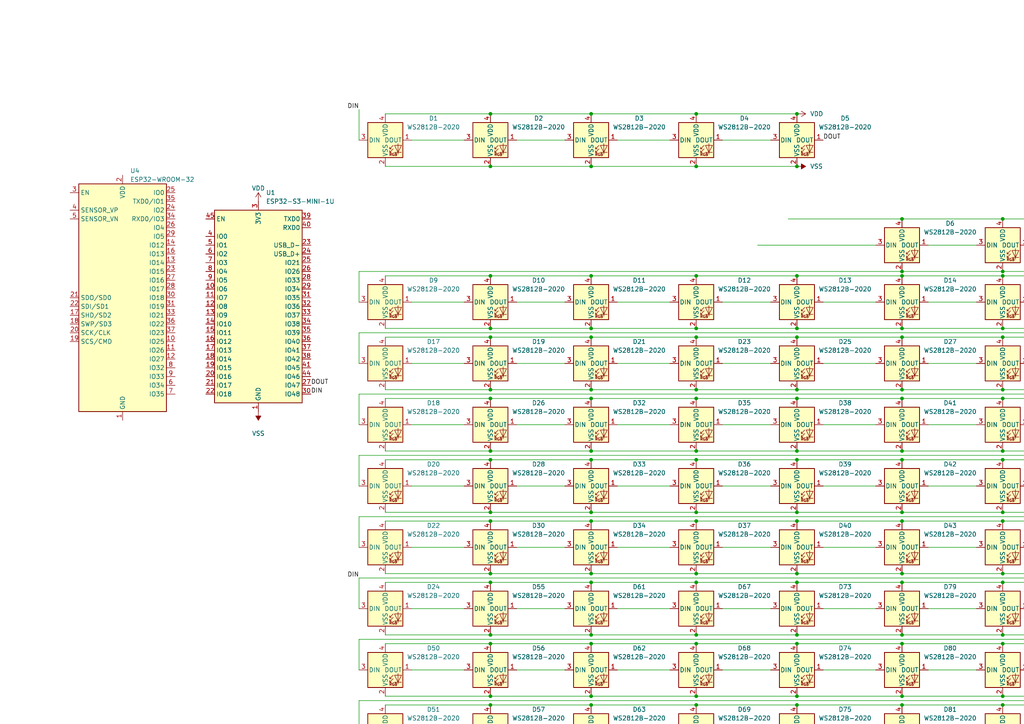
<source format=kicad_sch>
(kicad_sch (version 20231120) (generator "eeschema") (generator_version "8.0")
  (paper "A4")
  (junction (at 261.62 184.15))
  (junction (at 321.31 237.49))
  (junction (at 321.31 95.25))
  (junction (at 321.31 308.61))
  (junction (at 171.45 222.25))
  (junction (at 231.14 151.13))
  (junction (at 261.62 133.35))
  (junction (at 261.62 148.59))
  (junction (at 142.24 222.25))
  (junction (at 142.24 240.03))
  (junction (at 290.83 219.71))
  (junction (at 201.93 222.25))
  (junction (at 321.31 148.59))
  (junction (at 201.93 80.01))
  (junction (at 261.62 97.79))
  (junction (at 231.14 48.26))
  (junction (at 321.31 255.27))
  (junction (at 171.45 115.57))
  (junction (at 201.93 151.13))
  (junction (at 321.31 184.15))
  (junction (at 171.45 240.03))
  (junction (at 142.24 151.13))
  (junction (at 321.31 186.69))
  (junction (at 231.14 166.37))
  (junction (at 321.31 168.91))
  (junction (at 201.93 115.57))
  (junction (at 321.31 133.35))
  (junction (at 261.62 168.91))
  (junction (at 321.31 240.03))
  (junction (at 142.24 273.05))
  (junction (at 321.31 293.37))
  (junction (at 171.45 275.59))
  (junction (at 201.93 293.37))
  (junction (at 142.24 115.57))
  (junction (at 142.24 33.02))
  (junction (at 201.93 201.93))
  (junction (at 261.62 113.03))
  (junction (at 261.62 219.71))
  (junction (at 321.31 166.37))
  (junction (at 231.14 201.93))
  (junction (at 171.45 255.27))
  (junction (at 321.31 257.81))
  (junction (at 171.45 293.37))
  (junction (at 321.31 219.71))
  (junction (at 142.24 133.35))
  (junction (at 142.24 80.01))
  (junction (at 290.83 168.91))
  (junction (at 231.14 130.81))
  (junction (at 201.93 148.59))
  (junction (at 171.45 201.93))
  (junction (at 290.83 115.57))
  (junction (at 171.45 148.59))
  (junction (at 231.14 184.15))
  (junction (at 171.45 133.35))
  (junction (at 290.83 184.15))
  (junction (at 321.31 273.05))
  (junction (at 261.62 201.93))
  (junction (at 261.62 255.27))
  (junction (at 261.62 222.25))
  (junction (at 231.14 133.35))
  (junction (at 201.93 168.91))
  (junction (at 171.45 308.61))
  (junction (at 201.93 97.79))
  (junction (at 231.14 290.83))
  (junction (at 290.83 204.47))
  (junction (at 261.62 273.05))
  (junction (at 290.83 148.59))
  (junction (at 201.93 308.61))
  (junction (at 231.14 308.61))
  (junction (at 261.62 151.13))
  (junction (at 290.83 166.37))
  (junction (at 290.83 78.74))
  (junction (at 142.24 237.49))
  (junction (at 201.93 255.27))
  (junction (at 290.83 240.03))
  (junction (at 201.93 133.35))
  (junction (at 321.31 201.93))
  (junction (at 321.31 97.79))
  (junction (at 201.93 219.71))
  (junction (at 321.31 151.13))
  (junction (at 201.93 257.81))
  (junction (at 261.62 240.03))
  (junction (at 201.93 290.83))
  (junction (at 171.45 237.49))
  (junction (at 321.31 113.03))
  (junction (at 171.45 151.13))
  (junction (at 261.62 257.81))
  (junction (at 171.45 257.81))
  (junction (at 201.93 237.49))
  (junction (at 261.62 130.81))
  (junction (at 290.83 222.25))
  (junction (at 142.24 308.61))
  (junction (at 321.31 63.5))
  (junction (at 231.14 222.25))
  (junction (at 201.93 166.37))
  (junction (at 290.83 95.25))
  (junction (at 201.93 240.03))
  (junction (at 231.14 275.59))
  (junction (at 171.45 219.71))
  (junction (at 231.14 293.37))
  (junction (at 171.45 168.91))
  (junction (at 171.45 184.15))
  (junction (at 142.24 113.03))
  (junction (at 142.24 290.83))
  (junction (at 290.83 201.93))
  (junction (at 171.45 95.25))
  (junction (at 142.24 293.37))
  (junction (at 201.93 33.02))
  (junction (at 142.24 168.91))
  (junction (at 290.83 151.13))
  (junction (at 171.45 113.03))
  (junction (at 171.45 97.79))
  (junction (at 290.83 133.35))
  (junction (at 290.83 80.01))
  (junction (at 142.24 275.59))
  (junction (at 261.62 63.5))
  (junction (at 290.83 97.79))
  (junction (at 142.24 255.27))
  (junction (at 290.83 257.81))
  (junction (at 171.45 166.37))
  (junction (at 261.62 237.49))
  (junction (at 231.14 255.27))
  (junction (at 201.93 204.47))
  (junction (at 290.83 275.59))
  (junction (at 201.93 273.05))
  (junction (at 231.14 219.71))
  (junction (at 321.31 290.83))
  (junction (at 231.14 115.57))
  (junction (at 321.31 222.25))
  (junction (at 142.24 219.71))
  (junction (at 231.14 204.47))
  (junction (at 290.83 308.61))
  (junction (at 290.83 273.05))
  (junction (at 321.31 204.47))
  (junction (at 201.93 48.26))
  (junction (at 231.14 237.49))
  (junction (at 201.93 95.25))
  (junction (at 261.62 95.25))
  (junction (at 201.93 130.81))
  (junction (at 261.62 293.37))
  (junction (at 201.93 186.69))
  (junction (at 290.83 290.83))
  (junction (at 231.14 33.02))
  (junction (at 142.24 186.69))
  (junction (at 231.14 240.03))
  (junction (at 142.24 166.37))
  (junction (at 290.83 130.81))
  (junction (at 201.93 113.03))
  (junction (at 171.45 290.83))
  (junction (at 171.45 130.81))
  (junction (at 231.14 97.79))
  (junction (at 321.31 115.57))
  (junction (at 261.62 308.61))
  (junction (at 261.62 166.37))
  (junction (at 290.83 63.5))
  (junction (at 231.14 95.25))
  (junction (at 231.14 80.01))
  (junction (at 321.31 130.81))
  (junction (at 290.83 293.37))
  (junction (at 142.24 201.93))
  (junction (at 171.45 48.26))
  (junction (at 261.62 290.83))
  (junction (at 231.14 148.59))
  (junction (at 142.24 204.47))
  (junction (at 321.31 275.59))
  (junction (at 261.62 204.47))
  (junction (at 171.45 80.01))
  (junction (at 142.24 184.15))
  (junction (at 231.14 273.05))
  (junction (at 231.14 113.03))
  (junction (at 321.31 78.74))
  (junction (at 290.83 113.03))
  (junction (at 171.45 273.05))
  (junction (at 261.62 80.01))
  (junction (at 231.14 168.91))
  (junction (at 290.83 237.49))
  (junction (at 290.83 255.27))
  (junction (at 290.83 186.69))
  (junction (at 171.45 204.47))
  (junction (at 261.62 115.57))
  (junction (at 171.45 33.02))
  (junction (at 321.31 80.01))
  (junction (at 231.14 186.69))
  (junction (at 142.24 97.79))
  (junction (at 142.24 148.59))
  (junction (at 171.45 186.69))
  (junction (at 142.24 257.81))
  (junction (at 261.62 78.74))
  (junction (at 261.62 186.69))
  (junction (at 142.24 130.81))
  (junction (at 261.62 275.59))
  (junction (at 142.24 48.26))
  (junction (at 201.93 275.59))
  (junction (at 231.14 257.81))
  (junction (at 142.24 95.25))
  (junction (at 201.93 184.15))
  (wire (pts (xy 201.93 293.37) (xy 231.14 293.37)))
  (wire (pts (xy 209.55 140.97) (xy 223.52 140.97)))
  (wire (pts (xy 228.6 63.5) (xy 261.62 63.5)))
  (wire (pts (xy 149.86 176.53) (xy 163.83 176.53)))
  (wire (pts (xy 209.55 212.09) (xy 223.52 212.09)))
  (wire (pts (xy 201.93 48.26) (xy 231.14 48.26)))
  (wire (pts (xy 298.45 158.75) (xy 313.69 158.75)))
  (wire (pts (xy 119.38 123.19) (xy 134.62 123.19)))
  (wire (pts (xy 179.07 40.64) (xy 194.31 40.64)))
  (wire (pts (xy 142.24 290.83) (xy 171.45 290.83)))
  (wire (pts (xy 104.14 114.3) (xy 104.14 123.19)))
  (wire (pts (xy 290.83 219.71) (xy 321.31 219.71)))
  (wire (pts (xy 269.24 176.53) (xy 283.21 176.53)))
  (wire (pts (xy 104.14 96.52) (xy 104.14 105.41)))
  (wire (pts (xy 111.76 204.47) (xy 142.24 204.47)))
  (wire (pts (xy 328.93 300.99) (xy 328.93 309.88)))
  (wire (pts (xy 201.93 204.47) (xy 231.14 204.47)))
  (wire (pts (xy 298.45 229.87) (xy 313.69 229.87)))
  (wire (pts (xy 298.45 194.31) (xy 313.69 194.31)))
  (wire (pts (xy 201.93 80.01) (xy 231.14 80.01)))
  (wire (pts (xy 104.14 220.98) (xy 104.14 229.87)))
  (wire (pts (xy 142.24 275.59) (xy 171.45 275.59)))
  (wire (pts (xy 149.86 194.31) (xy 163.83 194.31)))
  (wire (pts (xy 119.38 40.64) (xy 134.62 40.64)))
  (wire (pts (xy 290.83 148.59) (xy 321.31 148.59)))
  (wire (pts (xy 201.93 184.15) (xy 231.14 184.15)))
  (wire (pts (xy 328.93 229.87) (xy 328.93 238.76)))
  (wire (pts (xy 201.93 222.25) (xy 231.14 222.25)))
  (wire (pts (xy 171.45 148.59) (xy 201.93 148.59)))
  (wire (pts (xy 238.76 247.65) (xy 254 247.65)))
  (wire (pts (xy 261.62 168.91) (xy 290.83 168.91)))
  (wire (pts (xy 209.55 40.64) (xy 223.52 40.64)))
  (wire (pts (xy 111.76 184.15) (xy 142.24 184.15)))
  (wire (pts (xy 111.76 148.59) (xy 142.24 148.59)))
  (wire (pts (xy 111.76 48.26) (xy 142.24 48.26)))
  (wire (pts (xy 171.45 113.03) (xy 201.93 113.03)))
  (wire (pts (xy 261.62 95.25) (xy 290.83 95.25)))
  (wire (pts (xy 201.93 130.81) (xy 231.14 130.81)))
  (wire (pts (xy 142.24 257.81) (xy 171.45 257.81)))
  (wire (pts (xy 104.14 274.32) (xy 328.93 274.32)))
  (wire (pts (xy 179.07 283.21) (xy 194.31 283.21)))
  (wire (pts (xy 290.83 257.81) (xy 321.31 257.81)))
  (wire (pts (xy 209.55 265.43) (xy 223.52 265.43)))
  (wire (pts (xy 171.45 257.81) (xy 201.93 257.81)))
  (wire (pts (xy 142.24 133.35) (xy 171.45 133.35)))
  (wire (pts (xy 231.14 80.01) (xy 261.62 80.01)))
  (wire (pts (xy 238.76 194.31) (xy 254 194.31)))
  (wire (pts (xy 149.86 105.41) (xy 163.83 105.41)))
  (wire (pts (xy 142.24 97.79) (xy 171.45 97.79)))
  (wire (pts (xy 179.07 229.87) (xy 194.31 229.87)))
  (wire (pts (xy 142.24 95.25) (xy 171.45 95.25)))
  (wire (pts (xy 261.62 201.93) (xy 290.83 201.93)))
  (wire (pts (xy 179.07 123.19) (xy 194.31 123.19)))
  (wire (pts (xy 201.93 148.59) (xy 231.14 148.59)))
  (wire (pts (xy 119.38 283.21) (xy 134.62 283.21)))
  (wire (pts (xy 231.14 275.59) (xy 261.62 275.59)))
  (wire (pts (xy 231.14 290.83) (xy 261.62 290.83)))
  (wire (pts (xy 231.14 133.35) (xy 261.62 133.35)))
  (wire (pts (xy 201.93 237.49) (xy 231.14 237.49)))
  (wire (pts (xy 171.45 237.49) (xy 201.93 237.49)))
  (wire (pts (xy 119.38 212.09) (xy 134.62 212.09)))
  (wire (pts (xy 171.45 204.47) (xy 201.93 204.47)))
  (wire (pts (xy 111.76 166.37) (xy 142.24 166.37)))
  (wire (pts (xy 111.76 33.02) (xy 142.24 33.02)))
  (wire (pts (xy 238.76 176.53) (xy 254 176.53)))
  (wire (pts (xy 119.38 194.31) (xy 134.62 194.31)))
  (wire (pts (xy 149.86 158.75) (xy 163.83 158.75)))
  (wire (pts (xy 111.76 273.05) (xy 142.24 273.05)))
  (wire (pts (xy 290.83 130.81) (xy 321.31 130.81)))
  (wire (pts (xy 171.45 222.25) (xy 201.93 222.25)))
  (wire (pts (xy 231.14 308.61) (xy 261.62 308.61)))
  (wire (pts (xy 290.83 308.61) (xy 321.31 308.61)))
  (wire (pts (xy 231.14 257.81) (xy 261.62 257.81)))
  (wire (pts (xy 290.83 95.25) (xy 321.31 95.25)))
  (wire (pts (xy 119.38 105.41) (xy 134.62 105.41)))
  (wire (pts (xy 171.45 80.01) (xy 201.93 80.01)))
  (wire (pts (xy 171.45 115.57) (xy 201.93 115.57)))
  (wire (pts (xy 111.76 168.91) (xy 142.24 168.91)))
  (wire (pts (xy 290.83 186.69) (xy 321.31 186.69)))
  (wire (pts (xy 171.45 273.05) (xy 201.93 273.05)))
  (wire (pts (xy 179.07 247.65) (xy 194.31 247.65)))
  (wire (pts (xy 201.93 257.81) (xy 231.14 257.81)))
  (wire (pts (xy 328.93 265.43) (xy 328.93 274.32)))
  (wire (pts (xy 104.14 238.76) (xy 104.14 247.65)))
  (wire (pts (xy 290.83 204.47) (xy 321.31 204.47)))
  (wire (pts (xy 219.71 71.12) (xy 254 71.12)))
  (wire (pts (xy 179.07 265.43) (xy 194.31 265.43)))
  (wire (pts (xy 171.45 275.59) (xy 201.93 275.59)))
  (wire (pts (xy 290.83 275.59) (xy 321.31 275.59)))
  (wire (pts (xy 328.93 114.3) (xy 104.14 114.3)))
  (wire (pts (xy 231.14 168.91) (xy 261.62 168.91)))
  (wire (pts (xy 328.93 185.42) (xy 104.14 185.42)))
  (wire (pts (xy 261.62 186.69) (xy 290.83 186.69)))
  (wire (pts (xy 328.93 194.31) (xy 328.93 203.2)))
  (wire (pts (xy 238.76 158.75) (xy 254 158.75)))
  (wire (pts (xy 111.76 186.69) (xy 142.24 186.69)))
  (wire (pts (xy 261.62 257.81) (xy 290.83 257.81)))
  (wire (pts (xy 111.76 97.79) (xy 142.24 97.79)))
  (wire (pts (xy 209.55 123.19) (xy 223.52 123.19)))
  (wire (pts (xy 119.38 247.65) (xy 134.62 247.65)))
  (wire (pts (xy 290.83 133.35) (xy 321.31 133.35)))
  (wire (pts (xy 261.62 240.03) (xy 290.83 240.03)))
  (wire (pts (xy 298.45 71.12) (xy 313.69 71.12)))
  (wire (pts (xy 209.55 247.65) (xy 223.52 247.65)))
  (wire (pts (xy 298.45 105.41) (xy 313.69 105.41)))
  (wire (pts (xy 290.83 240.03) (xy 321.31 240.03)))
  (wire (pts (xy 328.93 96.52) (xy 104.14 96.52)))
  (wire (pts (xy 298.45 247.65) (xy 313.69 247.65)))
  (wire (pts (xy 149.86 247.65) (xy 163.83 247.65)))
  (wire (pts (xy 231.14 293.37) (xy 261.62 293.37)))
  (wire (pts (xy 238.76 265.43) (xy 254 265.43)))
  (wire (pts (xy 298.45 176.53) (xy 313.69 176.53)))
  (wire (pts (xy 171.45 48.26) (xy 201.93 48.26)))
  (wire (pts (xy 290.83 290.83) (xy 321.31 290.83)))
  (wire (pts (xy 298.45 87.63) (xy 313.69 87.63)))
  (wire (pts (xy 209.55 176.53) (xy 223.52 176.53)))
  (wire (pts (xy 171.45 168.91) (xy 201.93 168.91)))
  (wire (pts (xy 231.14 113.03) (xy 261.62 113.03)))
  (wire (pts (xy 142.24 255.27) (xy 171.45 255.27)))
  (wire (pts (xy 119.38 158.75) (xy 134.62 158.75)))
  (wire (pts (xy 328.93 149.86) (xy 104.14 149.86)))
  (wire (pts (xy 328.93 176.53) (xy 328.93 185.42)))
  (wire (pts (xy 111.76 201.93) (xy 142.24 201.93)))
  (wire (pts (xy 142.24 151.13) (xy 171.45 151.13)))
  (wire (pts (xy 209.55 105.41) (xy 223.52 105.41)))
  (wire (pts (xy 104.14 185.42) (xy 104.14 194.31)))
  (wire (pts (xy 238.76 300.99) (xy 254 300.99)))
  (wire (pts (xy 328.93 220.98) (xy 104.14 220.98)))
  (wire (pts (xy 104.14 292.1) (xy 104.14 300.99)))
  (wire (pts (xy 261.62 273.05) (xy 290.83 273.05)))
  (wire (pts (xy 269.24 87.63) (xy 283.21 87.63)))
  (wire (pts (xy 179.07 300.99) (xy 194.31 300.99)))
  (wire (pts (xy 171.45 219.71) (xy 201.93 219.71)))
  (wire (pts (xy 261.62 63.5) (xy 290.83 63.5)))
  (wire (pts (xy 298.45 140.97) (xy 313.69 140.97)))
  (wire (pts (xy 261.62 275.59) (xy 290.83 275.59)))
  (wire (pts (xy 231.14 273.05) (xy 261.62 273.05)))
  (wire (pts (xy 119.38 229.87) (xy 134.62 229.87)))
  (wire (pts (xy 261.62 148.59) (xy 290.83 148.59)))
  (wire (pts (xy 111.76 240.03) (xy 142.24 240.03)))
  (wire (pts (xy 142.24 222.25) (xy 171.45 222.25)))
  (wire (pts (xy 111.76 293.37) (xy 142.24 293.37)))
  (wire (pts (xy 149.86 40.64) (xy 163.83 40.64)))
  (wire (pts (xy 142.24 33.02) (xy 171.45 33.02)))
  (wire (pts (xy 149.86 265.43) (xy 163.83 265.43)))
  (wire (pts (xy 209.55 158.75) (xy 223.52 158.75)))
  (wire (pts (xy 328.93 140.97) (xy 328.93 149.86)))
  (wire (pts (xy 298.45 300.99) (xy 313.69 300.99)))
  (wire (pts (xy 269.24 194.31) (xy 283.21 194.31)))
  (wire (pts (xy 231.14 201.93) (xy 261.62 201.93)))
  (wire (pts (xy 328.93 78.74) (xy 321.31 78.74)))
  (wire (pts (xy 328.93 247.65) (xy 328.93 256.54)))
  (wire (pts (xy 171.45 186.69) (xy 201.93 186.69)))
  (wire (pts (xy 328.93 292.1) (xy 104.14 292.1)))
  (wire (pts (xy 290.83 113.03) (xy 321.31 113.03)))
  (wire (pts (xy 119.38 265.43) (xy 134.62 265.43)))
  (wire (pts (xy 142.24 148.59) (xy 171.45 148.59)))
  (wire (pts (xy 261.62 184.15) (xy 290.83 184.15)))
  (wire (pts (xy 328.93 158.75) (xy 328.93 167.64)))
  (wire (pts (xy 111.76 257.81) (xy 142.24 257.81)))
  (wire (pts (xy 328.93 256.54) (xy 104.14 256.54)))
  (wire (pts (xy 269.24 212.09) (xy 283.21 212.09)))
  (wire (pts (xy 142.24 240.03) (xy 171.45 240.03)))
  (wire (pts (xy 261.62 113.03) (xy 290.83 113.03)))
  (wire (pts (xy 231.14 186.69) (xy 261.62 186.69)))
  (wire (pts (xy 104.14 78.74) (xy 104.14 87.63)))
  (wire (pts (xy 119.38 87.63) (xy 134.62 87.63)))
  (wire (pts (xy 111.76 219.71) (xy 142.24 219.71)))
  (wire (pts (xy 149.86 229.87) (xy 163.83 229.87)))
  (wire (pts (xy 142.24 168.91) (xy 171.45 168.91)))
  (wire (pts (xy 111.76 308.61) (xy 142.24 308.61)))
  (wire (pts (xy 142.24 80.01) (xy 171.45 80.01)))
  (wire (pts (xy 201.93 219.71) (xy 231.14 219.71)))
  (wire (pts (xy 201.93 151.13) (xy 231.14 151.13)))
  (wire (pts (xy 238.76 140.97) (xy 254 140.97)))
  (wire (pts (xy 269.24 158.75) (xy 283.21 158.75)))
  (wire (pts (xy 209.55 87.63) (xy 223.52 87.63)))
  (wire (pts (xy 142.24 219.71) (xy 171.45 219.71)))
  (wire (pts (xy 201.93 33.02) (xy 231.14 33.02)))
  (wire (pts (xy 111.76 255.27) (xy 142.24 255.27)))
  (wire (pts (xy 171.45 255.27) (xy 201.93 255.27)))
  (wire (pts (xy 290.83 222.25) (xy 321.31 222.25)))
  (wire (pts (xy 111.76 130.81) (xy 142.24 130.81)))
  (wire (pts (xy 290.83 78.74) (xy 261.62 78.74)))
  (wire (pts (xy 298.45 283.21) (xy 313.69 283.21)))
  (wire (pts (xy 201.93 308.61) (xy 231.14 308.61)))
  (wire (pts (xy 201.93 168.91) (xy 231.14 168.91)))
  (wire (pts (xy 179.07 140.97) (xy 194.31 140.97)))
  (wire (pts (xy 231.14 115.57) (xy 261.62 115.57)))
  (wire (pts (xy 290.83 166.37) (xy 321.31 166.37)))
  (wire (pts (xy 104.14 203.2) (xy 104.14 212.09)))
  (wire (pts (xy 179.07 158.75) (xy 194.31 158.75)))
  (wire (pts (xy 111.76 95.25) (xy 142.24 95.25)))
  (wire (pts (xy 261.62 222.25) (xy 290.83 222.25)))
  (wire (pts (xy 142.24 166.37) (xy 171.45 166.37)))
  (wire (pts (xy 142.24 204.47) (xy 171.45 204.47)))
  (wire (pts (xy 104.14 149.86) (xy 104.14 158.75)))
  (wire (pts (xy 142.24 186.69) (xy 171.45 186.69)))
  (wire (pts (xy 119.38 176.53) (xy 134.62 176.53)))
  (wire (pts (xy 201.93 273.05) (xy 231.14 273.05)))
  (wire (pts (xy 231.14 219.71) (xy 261.62 219.71)))
  (wire (pts (xy 142.24 293.37) (xy 171.45 293.37)))
  (wire (pts (xy 261.62 151.13) (xy 290.83 151.13)))
  (wire (pts (xy 298.45 212.09) (xy 313.69 212.09)))
  (wire (pts (xy 328.93 203.2) (xy 104.14 203.2)))
  (wire (pts (xy 238.76 123.19) (xy 254 123.19)))
  (wire (pts (xy 209.55 283.21) (xy 223.52 283.21)))
  (wire (pts (xy 149.86 300.99) (xy 163.83 300.99)))
  (wire (pts (xy 179.07 176.53) (xy 194.31 176.53)))
  (wire (pts (xy 201.93 290.83) (xy 231.14 290.83)))
  (wire (pts (xy 149.86 212.09) (xy 163.83 212.09)))
  (wire (pts (xy 171.45 151.13) (xy 201.93 151.13)))
  (wire (pts (xy 290.83 168.91) (xy 321.31 168.91)))
  (wire (pts (xy 201.93 95.25) (xy 231.14 95.25)))
  (wire (pts (xy 149.86 140.97) (xy 163.83 140.97)))
  (wire (pts (xy 231.14 130.81) (xy 261.62 130.81)))
  (wire (pts (xy 179.07 212.09) (xy 194.31 212.09)))
  (wire (pts (xy 231.14 255.27) (xy 261.62 255.27)))
  (wire (pts (xy 149.86 123.19) (xy 163.83 123.19)))
  (wire (pts (xy 149.86 283.21) (xy 163.83 283.21)))
  (wire (pts (xy 104.14 167.64) (xy 104.14 176.53)))
  (wire (pts (xy 269.24 140.97) (xy 283.21 140.97)))
  (wire (pts (xy 290.83 80.01) (xy 321.31 80.01)))
  (wire (pts (xy 104.14 256.54) (xy 104.14 265.43)))
  (wire (pts (xy 290.83 151.13) (xy 321.31 151.13)))
  (wire (pts (xy 149.86 87.63) (xy 163.83 87.63)))
  (wire (pts (xy 142.24 273.05) (xy 171.45 273.05)))
  (wire (pts (xy 142.24 184.15) (xy 171.45 184.15)))
  (wire (pts (xy 328.93 105.41) (xy 328.93 114.3)))
  (wire (pts (xy 171.45 184.15) (xy 201.93 184.15)))
  (wire (pts (xy 209.55 300.99) (xy 223.52 300.99)))
  (wire (pts (xy 290.83 78.74) (xy 321.31 78.74)))
  (wire (pts (xy 261.62 80.01) (xy 290.83 80.01)))
  (wire (pts (xy 269.24 247.65) (xy 283.21 247.65)))
  (wire (pts (xy 201.93 97.79) (xy 231.14 97.79)))
  (wire (pts (xy 201.93 133.35) (xy 231.14 133.35)))
  (wire (pts (xy 269.24 229.87) (xy 283.21 229.87)))
  (wire (pts (xy 269.24 105.41) (xy 283.21 105.41)))
  (wire (pts (xy 238.76 212.09) (xy 254 212.09)))
  (wire (pts (xy 142.24 308.61) (xy 171.45 308.61)))
  (wire (pts (xy 261.62 290.83) (xy 290.83 290.83)))
  (wire (pts (xy 119.38 300.99) (xy 134.62 300.99)))
  (wire (pts (xy 231.14 222.25) (xy 261.62 222.25)))
  (wire (pts (xy 111.76 290.83) (xy 142.24 290.83)))
  (wire (pts (xy 328.93 212.09) (xy 328.93 220.98)))
  (wire (pts (xy 209.55 229.87) (xy 223.52 229.87)))
  (wire (pts (xy 290.83 237.49) (xy 321.31 237.49)))
  (wire (pts (xy 231.14 204.47) (xy 261.62 204.47)))
  (wire (pts (xy 298.45 265.43) (xy 313.69 265.43)))
  (wire (pts (xy 231.14 95.25) (xy 261.62 95.25)))
  (wire (pts (xy 201.93 166.37) (xy 231.14 166.37)))
  (wire (pts (xy 290.83 97.79) (xy 321.31 97.79)))
  (wire (pts (xy 142.24 130.81) (xy 171.45 130.81)))
  (wire (pts (xy 231.14 148.59) (xy 261.62 148.59)))
  (wire (pts (xy 171.45 240.03) (xy 201.93 240.03)))
  (wire (pts (xy 231.14 237.49) (xy 261.62 237.49)))
  (wire (pts (xy 231.14 166.37) (xy 261.62 166.37)))
  (wire (pts (xy 290.83 184.15) (xy 321.31 184.15)))
  (wire (pts (xy 142.24 113.03) (xy 171.45 113.03)))
  (wire (pts (xy 261.62 237.49) (xy 290.83 237.49)))
  (wire (pts (xy 111.76 275.59) (xy 142.24 275.59)))
  (wire (pts (xy 142.24 48.26) (xy 171.45 48.26)))
  (wire (pts (xy 290.83 255.27) (xy 321.31 255.27)))
  (wire (pts (xy 201.93 201.93) (xy 231.14 201.93)))
  (wire (pts (xy 238.76 283.21) (xy 254 283.21)))
  (wire (pts (xy 201.93 240.03) (xy 231.14 240.03)))
  (wire (pts (xy 269.24 300.99) (xy 283.21 300.99)))
  (wire (pts (xy 328.93 132.08) (xy 104.14 132.08)))
  (wire (pts (xy 269.24 283.21) (xy 283.21 283.21)))
  (wire (pts (xy 111.76 113.03) (xy 142.24 113.03)))
  (wire (pts (xy 111.76 222.25) (xy 142.24 222.25)))
  (wire (pts (xy 171.45 293.37) (xy 201.93 293.37)))
  (wire (pts (xy 328.93 78.74) (xy 328.93 71.12)))
  (wire (pts (xy 104.14 78.74) (xy 261.62 78.74)))
  (wire (pts (xy 261.62 308.61) (xy 290.83 308.61)))
  (wire (pts (xy 261.62 204.47) (xy 290.83 204.47)))
  (wire (pts (xy 142.24 201.93) (xy 171.45 201.93)))
  (wire (pts (xy 201.93 113.03) (xy 231.14 113.03)))
  (wire (pts (xy 290.83 273.05) (xy 321.31 273.05)))
  (wire (pts (xy 171.45 33.02) (xy 201.93 33.02)))
  (wire (pts (xy 328.93 283.21) (xy 328.93 292.1)))
  (wire (pts (xy 111.76 115.57) (xy 142.24 115.57)))
  (wire (pts (xy 261.62 97.79) (xy 290.83 97.79)))
  (wire (pts (xy 298.45 123.19) (xy 313.69 123.19)))
  (wire (pts (xy 104.14 132.08) (xy 104.14 140.97)))
  (wire (pts (xy 104.14 274.32) (xy 104.14 283.21)))
  (wire (pts (xy 261.62 293.37) (xy 290.83 293.37)))
  (wire (pts (xy 269.24 123.19) (xy 283.21 123.19)))
  (wire (pts (xy 179.07 87.63) (xy 194.31 87.63)))
  (wire (pts (xy 201.93 275.59) (xy 231.14 275.59)))
  (wire (pts (xy 179.07 105.41) (xy 194.31 105.41)))
  (wire (pts (xy 111.76 151.13) (xy 142.24 151.13)))
  (wire (pts (xy 209.55 194.31) (xy 223.52 194.31)))
  (wire (pts (xy 201.93 115.57) (xy 231.14 115.57)))
  (wire (pts (xy 231.14 184.15) (xy 261.62 184.15)))
  (wire (pts (xy 111.76 237.49) (xy 142.24 237.49)))
  (wire (pts (xy 179.07 194.31) (xy 194.31 194.31)))
  (wire (pts (xy 231.14 97.79) (xy 261.62 97.79)))
  (wire (pts (xy 171.45 133.35) (xy 201.93 133.35)))
  (wire (pts (xy 171.45 166.37) (xy 201.93 166.37)))
  (wire (pts (xy 104.14 167.64) (xy 328.93 167.64)))
  (wire (pts (xy 269.24 265.43) (xy 283.21 265.43)))
  (wire (pts (xy 238.76 229.87) (xy 254 229.87)))
  (wire (pts (xy 328.93 87.63) (xy 328.93 96.52)))
  (wire (pts (xy 261.62 166.37) (xy 290.83 166.37)))
  (wire (pts (xy 261.62 219.71) (xy 290.83 219.71)))
  (wire (pts (xy 111.76 133.35) (xy 142.24 133.35)))
  (wire (pts (xy 201.93 186.69) (xy 231.14 186.69)))
  (wire (pts (xy 104.14 31.75) (xy 104.14 40.64)))
  (wire (pts (xy 171.45 290.83) (xy 201.93 290.83)))
  (wire (pts (xy 261.62 133.35) (xy 290.83 133.35)))
  (wire (pts (xy 171.45 95.25) (xy 201.93 95.25)))
  (wire (pts (xy 290.83 201.93) (xy 321.31 201.93)))
  (wire (pts (xy 171.45 308.61) (xy 201.93 308.61)))
  (wire (pts (xy 201.93 255.27) (xy 231.14 255.27)))
  (wire (pts (xy 261.62 115.57) (xy 290.83 115.57)))
  (wire (pts (xy 231.14 151.13) (xy 261.62 151.13)))
  (wire (pts (xy 328.93 123.19) (xy 328.93 132.08)))
  (wire (pts (xy 261.62 255.27) (xy 290.83 255.27)))
  (wire (pts (xy 231.14 240.03) (xy 261.62 240.03)))
  (wire (pts (xy 261.62 130.81) (xy 290.83 130.81)))
  (wire (pts (xy 238.76 87.63) (xy 254 87.63)))
  (wire (pts (xy 142.24 115.57) (xy 171.45 115.57)))
  (wire (pts (xy 328.93 238.76) (xy 104.14 238.76)))
  (wire (pts (xy 171.45 130.81) (xy 201.93 130.81)))
  (wire (pts (xy 290.83 115.57) (xy 321.31 115.57)))
  (wire (pts (xy 171.45 201.93) (xy 201.93 201.93)))
  (wire (pts (xy 142.24 237.49) (xy 171.45 237.49)))
  (wire (pts (xy 290.83 293.37) (xy 321.31 293.37)))
  (wire (pts (xy 111.76 80.01) (xy 142.24 80.01)))
  (wire (pts (xy 119.38 140.97) (xy 134.62 140.97)))
  (wire (pts (xy 269.24 71.12) (xy 283.21 71.12)))
  (wire (pts (xy 171.45 97.79) (xy 201.93 97.79)))
  (wire (pts (xy 238.76 105.41) (xy 254 105.41)))
  (wire (pts (xy 290.83 63.5) (xy 321.31 63.5)))
  (label "DIN" (at 104.14 167.64 180))
  (label "DIN" (at 90.17 114.3 0))
  (label "DOUT" (at 90.17 111.76 0))
  (label "DOUT" (at 238.76 40.64 0))
  (label "DIN" (at 104.14 31.75 180))
  (symbol (lib_id "LED:WS2812B-2020") (at 201.93 229.87 0) (unit 1) (exclude_from_sim yes) (on_board no)
    (property "Reference" "D70" (at 215.9 223.5514 0))
    (property "Value" "WS2812B-2020" (at 215.9 226.0914 0))
    (property "Footprint" "LED_SMD:LED_WS2812B-2020_PLCC4_2.0x2.0mm" (effects (hide yes)))
    (property "Datasheet" "https://cdn-shop.adafruit.com/product-files/4684/4684_WS2812B-2020_V1.3_EN.pdf" (effects (hide yes)))
    (property "Description" "RGB LED with integrated controller, 2.0 x 2.0 mm, 12 mA" (effects (hide yes)))
  )
  (symbol (lib_id "LED:WS2812B-2020") (at 142.24 283.21 0) (unit 1) (exclude_from_sim yes) (on_board no)
    (property "Reference" "D103" (at 156.21 276.8914 0))
    (property "Value" "WS2812B-2020" (at 156.21 279.4314 0))
    (property "Footprint" "LED_SMD:LED_WS2812B-2020_PLCC4_2.0x2.0mm" (effects (hide yes)))
    (property "Datasheet" "https://cdn-shop.adafruit.com/product-files/4684/4684_WS2812B-2020_V1.3_EN.pdf" (effects (hide yes)))
    (property "Description" "RGB LED with integrated controller, 2.0 x 2.0 mm, 12 mA" (effects (hide yes)))
  )
  (symbol (lib_id "LED:WS2812B-2020") (at 231.14 176.53 0) (unit 1) (exclude_from_sim yes) (on_board no)
    (property "Reference" "D73" (at 245.11 170.2114 0))
    (property "Value" "WS2812B-2020" (at 245.11 172.7514 0))
    (property "Footprint" "LED_SMD:LED_WS2812B-2020_PLCC4_2.0x2.0mm" (effects (hide yes)))
    (property "Datasheet" "https://cdn-shop.adafruit.com/product-files/4684/4684_WS2812B-2020_V1.3_EN.pdf" (effects (hide yes)))
    (property "Description" "RGB LED with integrated controller, 2.0 x 2.0 mm, 12 mA" (effects (hide yes)))
  )
  (symbol (lib_id "LED:WS2812B-2020") (at 231.14 229.87 0) (unit 1) (exclude_from_sim yes) (on_board no)
    (property "Reference" "D76" (at 245.11 223.5514 0))
    (property "Value" "WS2812B-2020" (at 245.11 226.0914 0))
    (property "Footprint" "LED_SMD:LED_WS2812B-2020_PLCC4_2.0x2.0mm" (effects (hide yes)))
    (property "Datasheet" "https://cdn-shop.adafruit.com/product-files/4684/4684_WS2812B-2020_V1.3_EN.pdf" (effects (hide yes)))
    (property "Description" "RGB LED with integrated controller, 2.0 x 2.0 mm, 12 mA" (effects (hide yes)))
  )
  (symbol (lib_id "power:VSS") (at 321.31 255.27 270) (unit 1) (exclude_from_sim yes) (on_board no)
    (property "Reference" "#PWR024" (effects (hide yes)))
    (property "Value" "VSS" (at 325.12 255.2699 90) (effects (justify left)))
    (property "Description" "Power symbol creates a global label with name \"VSS\"" (effects (hide yes)))
  )
  (symbol (lib_id "LED:WS2812B-2020") (at 142.24 212.09 0) (unit 1) (exclude_from_sim yes) (on_board no)
    (property "Reference" "D57" (at 156.21 205.7714 0))
    (property "Value" "WS2812B-2020" (at 156.21 208.3114 0))
    (property "Footprint" "LED_SMD:LED_WS2812B-2020_PLCC4_2.0x2.0mm" (effects (hide yes)))
    (property "Datasheet" "https://cdn-shop.adafruit.com/product-files/4684/4684_WS2812B-2020_V1.3_EN.pdf" (effects (hide yes)))
    (property "Description" "RGB LED with integrated controller, 2.0 x 2.0 mm, 12 mA" (effects (hide yes)))
  )
  (symbol (lib_id "LED:WS2812B-2020") (at 142.24 194.31 0) (unit 1) (exclude_from_sim yes) (on_board no)
    (property "Reference" "D56" (at 156.21 187.9914 0))
    (property "Value" "WS2812B-2020" (at 156.21 190.5314 0))
    (property "Footprint" "LED_SMD:LED_WS2812B-2020_PLCC4_2.0x2.0mm" (effects (hide yes)))
    (property "Datasheet" "https://cdn-shop.adafruit.com/product-files/4684/4684_WS2812B-2020_V1.3_EN.pdf" (effects (hide yes)))
    (property "Description" "RGB LED with integrated controller, 2.0 x 2.0 mm, 12 mA" (effects (hide yes)))
  )
  (symbol (lib_id "power:VSS") (at 321.31 78.74 270) (unit 1) (exclude_from_sim yes) (on_board no)
    (property "Reference" "#PWR02" (effects (hide yes)))
    (property "Value" "VSS" (at 325.12 78.7399 90) (effects (justify left)))
    (property "Description" "Power symbol creates a global label with name \"VSS\"" (effects (hide yes)))
  )
  (symbol (lib_id "LED:WS2812B-2020") (at 261.62 158.75 0) (unit 1) (exclude_from_sim yes) (on_board no)
    (property "Reference" "D43" (at 275.59 152.4314 0))
    (property "Value" "WS2812B-2020" (at 275.59 154.9714 0))
    (property "Footprint" "LED_SMD:LED_WS2812B-2020_PLCC4_2.0x2.0mm" (effects (hide yes)))
    (property "Datasheet" "https://cdn-shop.adafruit.com/product-files/4684/4684_WS2812B-2020_V1.3_EN.pdf" (effects (hide yes)))
    (property "Description" "RGB LED with integrated controller, 2.0 x 2.0 mm, 12 mA" (effects (hide yes)))
  )
  (symbol (lib_id "power:VDD") (at 321.31 63.5 270) (unit 1) (exclude_from_sim yes) (on_board no)
    (property "Reference" "#PWR013" (effects (hide yes)))
    (property "Value" "VDD" (at 325.12 63.4999 90) (effects (justify left)))
    (property "Description" "Power symbol creates a global label with name \"VDD\"" (effects (hide yes)))
  )
  (symbol (lib_id "LED:WS2812B-2020") (at 261.62 71.12 0) (unit 1) (exclude_from_sim yes) (on_board no)
    (property "Reference" "D6" (at 275.59 64.8014 0))
    (property "Value" "WS2812B-2020" (at 275.59 67.3414 0))
    (property "Footprint" "LED_SMD:LED_WS2812B-2020_PLCC4_2.0x2.0mm" (effects (hide yes)))
    (property "Datasheet" "https://cdn-shop.adafruit.com/product-files/4684/4684_WS2812B-2020_V1.3_EN.pdf" (effects (hide yes)))
    (property "Description" "RGB LED with integrated controller, 2.0 x 2.0 mm, 12 mA" (effects (hide yes)))
  )
  (symbol (lib_id "LED:WS2812B-2020") (at 171.45 40.64 0) (unit 1)
    (property "Reference" "D3" (at 185.42 34.3214 0))
    (property "Value" "WS2812B-2020" (at 185.42 36.8614 0))
    (property "Footprint" "LED_SMD:LED_WS2812B-2020_PLCC4_2.0x2.0mm" (effects (hide yes)))
    (property "Datasheet" "https://cdn-shop.adafruit.com/product-files/4684/4684_WS2812B-2020_V1.3_EN.pdf" (effects (hide yes)))
    (property "Description" "RGB LED with integrated controller, 2.0 x 2.0 mm, 12 mA" (effects (hide yes)))
  )
  (symbol (lib_id "LED:WS2812B-2020") (at 231.14 283.21 0) (unit 1) (exclude_from_sim yes) (on_board no)
    (property "Reference" "D121" (at 245.11 276.8914 0))
    (property "Value" "WS2812B-2020" (at 245.11 279.4314 0))
    (property "Footprint" "LED_SMD:LED_WS2812B-2020_PLCC4_2.0x2.0mm" (effects (hide yes)))
    (property "Datasheet" "https://cdn-shop.adafruit.com/product-files/4684/4684_WS2812B-2020_V1.3_EN.pdf" (effects (hide yes)))
    (property "Description" "RGB LED with integrated controller, 2.0 x 2.0 mm, 12 mA" (effects (hide yes)))
  )
  (symbol (lib_id "LED:WS2812B-2020") (at 261.62 300.99 0) (unit 1) (exclude_from_sim yes) (on_board no)
    (property "Reference" "D128" (at 275.59 294.6714 0))
    (property "Value" "WS2812B-2020" (at 275.59 297.2114 0))
    (property "Footprint" "LED_SMD:LED_WS2812B-2020_PLCC4_2.0x2.0mm" (effects (hide yes)))
    (property "Datasheet" "https://cdn-shop.adafruit.com/product-files/4684/4684_WS2812B-2020_V1.3_EN.pdf" (effects (hide yes)))
    (property "Description" "RGB LED with integrated controller, 2.0 x 2.0 mm, 12 mA" (effects (hide yes)))
  )
  (symbol (lib_id "power:VSS") (at 321.31 201.93 270) (unit 1) (exclude_from_sim yes) (on_board no)
    (property "Reference" "#PWR018" (effects (hide yes)))
    (property "Value" "VSS" (at 325.12 201.9299 90) (effects (justify left)))
    (property "Description" "Power symbol creates a global label with name \"VSS\"" (effects (hide yes)))
  )
  (symbol (lib_id "LED:WS2812B-2020") (at 201.93 265.43 0) (unit 1) (exclude_from_sim yes) (on_board no)
    (property "Reference" "D72" (at 215.9 259.1114 0))
    (property "Value" "WS2812B-2020" (at 215.9 261.6514 0))
    (property "Footprint" "LED_SMD:LED_WS2812B-2020_PLCC4_2.0x2.0mm" (effects (hide yes)))
    (property "Datasheet" "https://cdn-shop.adafruit.com/product-files/4684/4684_WS2812B-2020_V1.3_EN.pdf" (effects (hide yes)))
    (property "Description" "RGB LED with integrated controller, 2.0 x 2.0 mm, 12 mA" (effects (hide yes)))
  )
  (symbol (lib_id "LED:WS2812B-2020") (at 261.62 105.41 0) (unit 1) (exclude_from_sim yes) (on_board no)
    (property "Reference" "D27" (at 275.59 99.0914 0))
    (property "Value" "WS2812B-2020" (at 275.59 101.6314 0))
    (property "Footprint" "LED_SMD:LED_WS2812B-2020_PLCC4_2.0x2.0mm" (effects (hide yes)))
    (property "Datasheet" "https://cdn-shop.adafruit.com/product-files/4684/4684_WS2812B-2020_V1.3_EN.pdf" (effects (hide yes)))
    (property "Description" "RGB LED with integrated controller, 2.0 x 2.0 mm, 12 mA" (effects (hide yes)))
  )
  (symbol (lib_id "LED:WS2812B-2020") (at 142.24 123.19 0) (unit 1) (exclude_from_sim yes) (on_board no)
    (property "Reference" "D26" (at 156.21 116.8714 0))
    (property "Value" "WS2812B-2020" (at 156.21 119.4114 0))
    (property "Footprint" "LED_SMD:LED_WS2812B-2020_PLCC4_2.0x2.0mm" (effects (hide yes)))
    (property "Datasheet" "https://cdn-shop.adafruit.com/product-files/4684/4684_WS2812B-2020_V1.3_EN.pdf" (effects (hide yes)))
    (property "Description" "RGB LED with integrated controller, 2.0 x 2.0 mm, 12 mA" (effects (hide yes)))
  )
  (symbol (lib_id "LED:WS2812B-2020") (at 142.24 87.63 0) (unit 1) (exclude_from_sim yes) (on_board no)
    (property "Reference" "D10" (at 156.21 81.3114 0))
    (property "Value" "WS2812B-2020" (at 156.21 83.8514 0))
    (property "Footprint" "LED_SMD:LED_WS2812B-2020_PLCC4_2.0x2.0mm" (effects (hide yes)))
    (property "Datasheet" "https://cdn-shop.adafruit.com/product-files/4684/4684_WS2812B-2020_V1.3_EN.pdf" (effects (hide yes)))
    (property "Description" "RGB LED with integrated controller, 2.0 x 2.0 mm, 12 mA" (effects (hide yes)))
  )
  (symbol (lib_id "LED:WS2812B-2020") (at 111.76 283.21 0) (unit 1) (exclude_from_sim yes) (on_board no)
    (property "Reference" "D97" (at 125.73 276.8914 0))
    (property "Value" "WS2812B-2020" (at 125.73 279.4314 0))
    (property "Footprint" "LED_SMD:LED_WS2812B-2020_PLCC4_2.0x2.0mm" (effects (hide yes)))
    (property "Datasheet" "https://cdn-shop.adafruit.com/product-files/4684/4684_WS2812B-2020_V1.3_EN.pdf" (effects (hide yes)))
    (property "Description" "RGB LED with integrated controller, 2.0 x 2.0 mm, 12 mA" (effects (hide yes)))
  )
  (symbol (lib_id "LED:WS2812B-2020") (at 111.76 176.53 0) (unit 1) (exclude_from_sim yes) (on_board no)
    (property "Reference" "D24" (at 125.73 170.2114 0))
    (property "Value" "WS2812B-2020" (at 125.73 172.7514 0))
    (property "Footprint" "LED_SMD:LED_WS2812B-2020_PLCC4_2.0x2.0mm" (effects (hide yes)))
    (property "Datasheet" "https://cdn-shop.adafruit.com/product-files/4684/4684_WS2812B-2020_V1.3_EN.pdf" (effects (hide yes)))
    (property "Description" "RGB LED with integrated controller, 2.0 x 2.0 mm, 12 mA" (effects (hide yes)))
  )
  (symbol (lib_id "power:VSS") (at 321.31 273.05 270) (unit 1) (exclude_from_sim yes) (on_board no)
    (property "Reference" "#PWR027" (effects (hide yes)))
    (property "Value" "VSS" (at 325.12 273.0499 90) (effects (justify left)))
    (property "Description" "Power symbol creates a global label with name \"VSS\"" (effects (hide yes)))
  )
  (symbol (lib_id "LED:WS2812B-2020") (at 111.76 158.75 0) (unit 1) (exclude_from_sim yes) (on_board no)
    (property "Reference" "D22" (at 125.73 152.4314 0))
    (property "Value" "WS2812B-2020" (at 125.73 154.9714 0))
    (property "Footprint" "LED_SMD:LED_WS2812B-2020_PLCC4_2.0x2.0mm" (effects (hide yes)))
    (property "Datasheet" "https://cdn-shop.adafruit.com/product-files/4684/4684_WS2812B-2020_V1.3_EN.pdf" (effects (hide yes)))
    (property "Description" "RGB LED with integrated controller, 2.0 x 2.0 mm, 12 mA" (effects (hide yes)))
  )
  (symbol (lib_id "LED:WS2812B-2020") (at 261.62 265.43 0) (unit 1) (exclude_from_sim yes) (on_board no)
    (property "Reference" "D84" (at 275.59 259.1114 0))
    (property "Value" "WS2812B-2020" (at 275.59 261.6514 0))
    (property "Footprint" "LED_SMD:LED_WS2812B-2020_PLCC4_2.0x2.0mm" (effects (hide yes)))
    (property "Datasheet" "https://cdn-shop.adafruit.com/product-files/4684/4684_WS2812B-2020_V1.3_EN.pdf" (effects (hide yes)))
    (property "Description" "RGB LED with integrated controller, 2.0 x 2.0 mm, 12 mA" (effects (hide yes)))
  )
  (symbol (lib_id "LED:WS2812B-2020") (at 201.93 247.65 0) (unit 1) (exclude_from_sim yes) (on_board no)
    (property "Reference" "D71" (at 215.9 241.3314 0))
    (property "Value" "WS2812B-2020" (at 215.9 243.8714 0))
    (property "Footprint" "LED_SMD:LED_WS2812B-2020_PLCC4_2.0x2.0mm" (effects (hide yes)))
    (property "Datasheet" "https://cdn-shop.adafruit.com/product-files/4684/4684_WS2812B-2020_V1.3_EN.pdf" (effects (hide yes)))
    (property "Description" "RGB LED with integrated controller, 2.0 x 2.0 mm, 12 mA" (effects (hide yes)))
  )
  (symbol (lib_id "LED:WS2812B-2020") (at 111.76 105.41 0) (unit 1) (exclude_from_sim yes) (on_board no)
    (property "Reference" "D17" (at 125.73 99.0914 0))
    (property "Value" "WS2812B-2020" (at 125.73 101.6314 0))
    (property "Footprint" "LED_SMD:LED_WS2812B-2020_PLCC4_2.0x2.0mm" (effects (hide yes)))
    (property "Datasheet" "https://cdn-shop.adafruit.com/product-files/4684/4684_WS2812B-2020_V1.3_EN.pdf" (effects (hide yes)))
    (property "Description" "RGB LED with integrated controller, 2.0 x 2.0 mm, 12 mA" (effects (hide yes)))
  )
  (symbol (lib_id "LED:WS2812B-2020") (at 111.76 300.99 0) (unit 1) (exclude_from_sim yes) (on_board no)
    (property "Reference" "D98" (at 125.73 294.6714 0))
    (property "Value" "WS2812B-2020" (at 125.73 297.2114 0))
    (property "Footprint" "LED_SMD:LED_WS2812B-2020_PLCC4_2.0x2.0mm" (effects (hide yes)))
    (property "Datasheet" "https://cdn-shop.adafruit.com/product-files/4684/4684_WS2812B-2020_V1.3_EN.pdf" (effects (hide yes)))
    (property "Description" "RGB LED with integrated controller, 2.0 x 2.0 mm, 12 mA" (effects (hide yes)))
  )
  (symbol (lib_id "LED:WS2812B-2020") (at 142.24 247.65 0) (unit 1) (exclude_from_sim yes) (on_board no)
    (property "Reference" "D59" (at 156.21 241.3314 0))
    (property "Value" "WS2812B-2020" (at 156.21 243.8714 0))
    (property "Footprint" "LED_SMD:LED_WS2812B-2020_PLCC4_2.0x2.0mm" (effects (hide yes)))
    (property "Datasheet" "https://cdn-shop.adafruit.com/product-files/4684/4684_WS2812B-2020_V1.3_EN.pdf" (effects (hide yes)))
    (property "Description" "RGB LED with integrated controller, 2.0 x 2.0 mm, 12 mA" (effects (hide yes)))
  )
  (symbol (lib_id "LED:WS2812B-2020") (at 231.14 265.43 0) (unit 1) (exclude_from_sim yes) (on_board no)
    (property "Reference" "D78" (at 245.11 259.1114 0))
    (property "Value" "WS2812B-2020" (at 245.11 261.6514 0))
    (property "Footprint" "LED_SMD:LED_WS2812B-2020_PLCC4_2.0x2.0mm" (effects (hide yes)))
    (property "Datasheet" "https://cdn-shop.adafruit.com/product-files/4684/4684_WS2812B-2020_V1.3_EN.pdf" (effects (hide yes)))
    (property "Description" "RGB LED with integrated controller, 2.0 x 2.0 mm, 12 mA" (effects (hide yes)))
  )
  (symbol (lib_id "LED:WS2812B-2020") (at 261.62 247.65 0) (unit 1) (exclude_from_sim yes) (on_board no)
    (property "Reference" "D83" (at 275.59 241.3314 0))
    (property "Value" "WS2812B-2020" (at 275.59 243.8714 0))
    (property "Footprint" "LED_SMD:LED_WS2812B-2020_PLCC4_2.0x2.0mm" (effects (hide yes)))
    (property "Datasheet" "https://cdn-shop.adafruit.com/product-files/4684/4684_WS2812B-2020_V1.3_EN.pdf" (effects (hide yes)))
    (property "Description" "RGB LED with integrated controller, 2.0 x 2.0 mm, 12 mA" (effects (hide yes)))
  )
  (symbol (lib_id "LED:WS2812B-2020") (at 321.31 194.31 0) (unit 1) (exclude_from_sim yes) (on_board no)
    (property "Reference" "D92" (at 335.28 187.9914 0))
    (property "Value" "WS2812B-2020" (at 335.28 190.5314 0))
    (property "Footprint" "LED_SMD:LED_WS2812B-2020_PLCC4_2.0x2.0mm" (effects (hide yes)))
    (property "Datasheet" "https://cdn-shop.adafruit.com/product-files/4684/4684_WS2812B-2020_V1.3_EN.pdf" (effects (hide yes)))
    (property "Description" "RGB LED with integrated controller, 2.0 x 2.0 mm, 12 mA" (effects (hide yes)))
  )
  (symbol (lib_id "LED:WS2812B-2020") (at 171.45 194.31 0) (unit 1) (exclude_from_sim yes) (on_board no)
    (property "Reference" "D62" (at 185.42 187.9914 0))
    (property "Value" "WS2812B-2020" (at 185.42 190.5314 0))
    (property "Footprint" "LED_SMD:LED_WS2812B-2020_PLCC4_2.0x2.0mm" (effects (hide yes)))
    (property "Datasheet" "https://cdn-shop.adafruit.com/product-files/4684/4684_WS2812B-2020_V1.3_EN.pdf" (effects (hide yes)))
    (property "Description" "RGB LED with integrated controller, 2.0 x 2.0 mm, 12 mA" (effects (hide yes)))
  )
  (symbol (lib_id "power:VSS") (at 321.31 166.37 270) (unit 1) (exclude_from_sim yes) (on_board no)
    (property "Reference" "#PWR07" (effects (hide yes)))
    (property "Value" "VSS" (at 325.12 166.3699 90) (effects (justify left)))
    (property "Description" "Power symbol creates a global label with name \"VSS\"" (effects (hide yes)))
  )
  (symbol (lib_id "LED:WS2812B-2020") (at 261.62 212.09 0) (unit 1) (exclude_from_sim yes) (on_board no)
    (property "Reference" "D81" (at 275.59 205.7714 0))
    (property "Value" "WS2812B-2020" (at 275.59 208.3114 0))
    (property "Footprint" "LED_SMD:LED_WS2812B-2020_PLCC4_2.0x2.0mm" (effects (hide yes)))
    (property "Datasheet" "https://cdn-shop.adafruit.com/product-files/4684/4684_WS2812B-2020_V1.3_EN.pdf" (effects (hide yes)))
    (property "Description" "RGB LED with integrated controller, 2.0 x 2.0 mm, 12 mA" (effects (hide yes)))
  )
  (symbol (lib_id "power:VSS") (at 231.14 48.26 270) (unit 1)
    (property "Reference" "#PWR032" (effects (hide yes)))
    (property "Value" "VSS" (at 234.95 48.2599 90) (effects (justify left)))
    (property "Description" "Power symbol creates a global label with name \"VSS\"" (effects (hide yes)))
  )
  (symbol (lib_id "LED:WS2812B-2020") (at 201.93 123.19 0) (unit 1) (exclude_from_sim yes) (on_board no)
    (property "Reference" "D35" (at 215.9 116.8714 0))
    (property "Value" "WS2812B-2020" (at 215.9 119.4114 0))
    (property "Footprint" "LED_SMD:LED_WS2812B-2020_PLCC4_2.0x2.0mm" (effects (hide yes)))
    (property "Datasheet" "https://cdn-shop.adafruit.com/product-files/4684/4684_WS2812B-2020_V1.3_EN.pdf" (effects (hide yes)))
    (property "Description" "RGB LED with integrated controller, 2.0 x 2.0 mm, 12 mA" (effects (hide yes)))
  )
  (symbol (lib_id "LED:WS2812B-2020") (at 321.31 265.43 0) (unit 1) (exclude_from_sim yes) (on_board no)
    (property "Reference" "D96" (at 335.28 259.1114 0))
    (property "Value" "WS2812B-2020" (at 335.28 261.6514 0))
    (property "Footprint" "LED_SMD:LED_WS2812B-2020_PLCC4_2.0x2.0mm" (effects (hide yes)))
    (property "Datasheet" "https://cdn-shop.adafruit.com/product-files/4684/4684_WS2812B-2020_V1.3_EN.pdf" (effects (hide yes)))
    (property "Description" "RGB LED with integrated controller, 2.0 x 2.0 mm, 12 mA" (effects (hide yes)))
  )
  (symbol (lib_id "LED:WS2812B-2020") (at 290.83 176.53 0) (unit 1) (exclude_from_sim yes) (on_board no)
    (property "Reference" "D85" (at 304.8 170.2114 0))
    (property "Value" "WS2812B-2020" (at 304.8 172.7514 0))
    (property "Footprint" "LED_SMD:LED_WS2812B-2020_PLCC4_2.0x2.0mm" (effects (hide yes)))
    (property "Datasheet" "https://cdn-shop.adafruit.com/product-files/4684/4684_WS2812B-2020_V1.3_EN.pdf" (effects (hide yes)))
    (property "Description" "RGB LED with integrated controller, 2.0 x 2.0 mm, 12 mA" (effects (hide yes)))
  )
  (symbol (lib_id "LED:WS2812B-2020") (at 231.14 105.41 0) (unit 1) (exclude_from_sim yes) (on_board no)
    (property "Reference" "D25" (at 245.11 99.0914 0))
    (property "Value" "WS2812B-2020" (at 245.11 101.6314 0))
    (property "Footprint" "LED_SMD:LED_WS2812B-2020_PLCC4_2.0x2.0mm" (effects (hide yes)))
    (property "Datasheet" "https://cdn-shop.adafruit.com/product-files/4684/4684_WS2812B-2020_V1.3_EN.pdf" (effects (hide yes)))
    (property "Description" "RGB LED with integrated controller, 2.0 x 2.0 mm, 12 mA" (effects (hide yes)))
  )
  (symbol (lib_id "LED:WS2812B-2020") (at 290.83 300.99 0) (unit 1) (exclude_from_sim yes) (on_board no)
    (property "Reference" "D134" (at 304.8 294.6714 0))
    (property "Value" "WS2812B-2020" (at 304.8 297.2114 0))
    (property "Footprint" "LED_SMD:LED_WS2812B-2020_PLCC4_2.0x2.0mm" (effects (hide yes)))
    (property "Datasheet" "https://cdn-shop.adafruit.com/product-files/4684/4684_WS2812B-2020_V1.3_EN.pdf" (effects (hide yes)))
    (property "Description" "RGB LED with integrated controller, 2.0 x 2.0 mm, 12 mA" (effects (hide yes)))
  )
  (symbol (lib_id "power:VSS") (at 321.31 184.15 270) (unit 1) (exclude_from_sim yes) (on_board no)
    (property "Reference" "#PWR016" (effects (hide yes)))
    (property "Value" "VSS" (at 325.12 184.1499 90) (effects (justify left)))
    (property "Description" "Power symbol creates a global label with name \"VSS\"" (effects (hide yes)))
  )
  (symbol (lib_id "LED:WS2812B-2020") (at 142.24 300.99 0) (unit 1) (exclude_from_sim yes) (on_board no)
    (property "Reference" "D104" (at 156.21 294.6714 0))
    (property "Value" "WS2812B-2020" (at 156.21 297.2114 0))
    (property "Footprint" "LED_SMD:LED_WS2812B-2020_PLCC4_2.0x2.0mm" (effects (hide yes)))
    (property "Datasheet" "https://cdn-shop.adafruit.com/product-files/4684/4684_WS2812B-2020_V1.3_EN.pdf" (effects (hide yes)))
    (property "Description" "RGB LED with integrated controller, 2.0 x 2.0 mm, 12 mA" (effects (hide yes)))
  )
  (symbol (lib_id "LED:WS2812B-2020") (at 321.31 176.53 0) (unit 1) (exclude_from_sim yes) (on_board no)
    (property "Reference" "D91" (at 335.28 170.2114 0))
    (property "Value" "WS2812B-2020" (at 335.28 172.7514 0))
    (property "Footprint" "LED_SMD:LED_WS2812B-2020_PLCC4_2.0x2.0mm" (effects (hide yes)))
    (property "Datasheet" "https://cdn-shop.adafruit.com/product-files/4684/4684_WS2812B-2020_V1.3_EN.pdf" (effects (hide yes)))
    (property "Description" "RGB LED with integrated controller, 2.0 x 2.0 mm, 12 mA" (effects (hide yes)))
  )
  (symbol (lib_id "LED:WS2812B-2020") (at 321.31 229.87 0) (unit 1) (exclude_from_sim yes) (on_board no)
    (property "Reference" "D94" (at 335.28 223.5514 0))
    (property "Value" "WS2812B-2020" (at 335.28 226.0914 0))
    (property "Footprint" "LED_SMD:LED_WS2812B-2020_PLCC4_2.0x2.0mm" (effects (hide yes)))
    (property "Datasheet" "https://cdn-shop.adafruit.com/product-files/4684/4684_WS2812B-2020_V1.3_EN.pdf" (effects (hide yes)))
    (property "Description" "RGB LED with integrated controller, 2.0 x 2.0 mm, 12 mA" (effects (hide yes)))
  )
  (symbol (lib_id "power:VSS") (at 321.31 308.61 270) (unit 1) (exclude_from_sim yes) (on_board no)
    (property "Reference" "#PWR031" (effects (hide yes)))
    (property "Value" "VSS" (at 325.12 308.6099 90) (effects (justify left)))
    (property "Description" "Power symbol creates a global label with name \"VSS\"" (effects (hide yes)))
  )
  (symbol (lib_id "LED:WS2812B-2020") (at 171.45 265.43 0) (unit 1) (exclude_from_sim yes) (on_board no)
    (property "Reference" "D66" (at 185.42 259.1114 0))
    (property "Value" "WS2812B-2020" (at 185.42 261.6514 0))
    (property "Footprint" "LED_SMD:LED_WS2812B-2020_PLCC4_2.0x2.0mm" (effects (hide yes)))
    (property "Datasheet" "https://cdn-shop.adafruit.com/product-files/4684/4684_WS2812B-2020_V1.3_EN.pdf" (effects (hide yes)))
    (property "Description" "RGB LED with integrated controller, 2.0 x 2.0 mm, 12 mA" (effects (hide yes)))
  )
  (symbol (lib_id "power:VDD") (at 321.31 240.03 270) (unit 1) (exclude_from_sim yes) (on_board no)
    (property "Reference" "#PWR023" (effects (hide yes)))
    (property "Value" "VDD" (at 325.12 240.0299 90) (effects (justify left)))
    (property "Description" "Power symbol creates a global label with name \"VDD\"" (effects (hide yes)))
  )
  (symbol (lib_id "LED:WS2812B-2020") (at 171.45 87.63 0) (unit 1) (exclude_from_sim yes) (on_board no)
    (property "Reference" "D11" (at 185.42 81.3114 0))
    (property "Value" "WS2812B-2020" (at 185.42 83.8514 0))
    (property "Footprint" "LED_SMD:LED_WS2812B-2020_PLCC4_2.0x2.0mm" (effects (hide yes)))
    (property "Datasheet" "https://cdn-shop.adafruit.com/product-files/4684/4684_WS2812B-2020_V1.3_EN.pdf" (effects (hide yes)))
    (property "Description" "RGB LED with integrated controller, 2.0 x 2.0 mm, 12 mA" (effects (hide yes)))
  )
  (symbol (lib_id "LED:WS2812B-2020") (at 142.24 140.97 0) (unit 1) (exclude_from_sim yes) (on_board no)
    (property "Reference" "D28" (at 156.21 134.6514 0))
    (property "Value" "WS2812B-2020" (at 156.21 137.1914 0))
    (property "Footprint" "LED_SMD:LED_WS2812B-2020_PLCC4_2.0x2.0mm" (effects (hide yes)))
    (property "Datasheet" "https://cdn-shop.adafruit.com/product-files/4684/4684_WS2812B-2020_V1.3_EN.pdf" (effects (hide yes)))
    (property "Description" "RGB LED with integrated controller, 2.0 x 2.0 mm, 12 mA" (effects (hide yes)))
  )
  (symbol (lib_id "LED:WS2812B-2020") (at 261.62 176.53 0) (unit 1) (exclude_from_sim yes) (on_board no)
    (property "Reference" "D79" (at 275.59 170.2114 0))
    (property "Value" "WS2812B-2020" (at 275.59 172.7514 0))
    (property "Footprint" "LED_SMD:LED_WS2812B-2020_PLCC4_2.0x2.0mm" (effects (hide yes)))
    (property "Datasheet" "https://cdn-shop.adafruit.com/product-files/4684/4684_WS2812B-2020_V1.3_EN.pdf" (effects (hide yes)))
    (property "Description" "RGB LED with integrated controller, 2.0 x 2.0 mm, 12 mA" (effects (hide yes)))
  )
  (symbol (lib_id "LED:WS2812B-2020") (at 321.31 212.09 0) (unit 1) (exclude_from_sim yes) (on_board no)
    (property "Reference" "D93" (at 335.28 205.7714 0))
    (property "Value" "WS2812B-2020" (at 335.28 208.3114 0))
    (property "Footprint" "LED_SMD:LED_WS2812B-2020_PLCC4_2.0x2.0mm" (effects (hide yes)))
    (property "Datasheet" "https://cdn-shop.adafruit.com/product-files/4684/4684_WS2812B-2020_V1.3_EN.pdf" (effects (hide yes)))
    (property "Description" "RGB LED with integrated controller, 2.0 x 2.0 mm, 12 mA" (effects (hide yes)))
  )
  (symbol (lib_id "power:VDD") (at 321.31 133.35 270) (unit 1) (exclude_from_sim yes) (on_board no)
    (property "Reference" "#PWR09" (effects (hide yes)))
    (property "Value" "VDD" (at 325.12 133.3499 90) (effects (justify left)))
    (property "Description" "Power symbol creates a global label with name \"VDD\"" (effects (hide yes)))
  )
  (symbol (lib_id "LED:WS2812B-2020") (at 261.62 123.19 0) (unit 1) (exclude_from_sim yes) (on_board no)
    (property "Reference" "D41" (at 275.59 116.8714 0))
    (property "Value" "WS2812B-2020" (at 275.59 119.4114 0))
    (property "Footprint" "LED_SMD:LED_WS2812B-2020_PLCC4_2.0x2.0mm" (effects (hide yes)))
    (property "Datasheet" "https://cdn-shop.adafruit.com/product-files/4684/4684_WS2812B-2020_V1.3_EN.pdf" (effects (hide yes)))
    (property "Description" "RGB LED with integrated controller, 2.0 x 2.0 mm, 12 mA" (effects (hide yes)))
  )
  (symbol (lib_id "LED:WS2812B-2020") (at 290.83 229.87 0) (unit 1) (exclude_from_sim yes) (on_board no)
    (property "Reference" "D88" (at 304.8 223.5514 0))
    (property "Value" "WS2812B-2020" (at 304.8 226.0914 0))
    (property "Footprint" "LED_SMD:LED_WS2812B-2020_PLCC4_2.0x2.0mm" (effects (hide yes)))
    (property "Datasheet" "https://cdn-shop.adafruit.com/product-files/4684/4684_WS2812B-2020_V1.3_EN.pdf" (effects (hide yes)))
    (property "Description" "RGB LED with integrated controller, 2.0 x 2.0 mm, 12 mA" (effects (hide yes)))
  )
  (symbol (lib_id "LED:WS2812B-2020") (at 290.83 158.75 0) (unit 1) (exclude_from_sim yes) (on_board no)
    (property "Reference" "D46" (at 304.8 152.4314 0))
    (property "Value" "WS2812B-2020" (at 304.8 154.9714 0))
    (property "Footprint" "LED_SMD:LED_WS2812B-2020_PLCC4_2.0x2.0mm" (effects (hide yes)))
    (property "Datasheet" "https://cdn-shop.adafruit.com/product-files/4684/4684_WS2812B-2020_V1.3_EN.pdf" (effects (hide yes)))
    (property "Description" "RGB LED with integrated controller, 2.0 x 2.0 mm, 12 mA" (effects (hide yes)))
  )
  (symbol (lib_id "LED:WS2812B-2020") (at 111.76 123.19 0) (unit 1) (exclude_from_sim yes) (on_board no)
    (property "Reference" "D18" (at 125.73 116.8714 0))
    (property "Value" "WS2812B-2020" (at 125.73 119.4114 0))
    (property "Footprint" "LED_SMD:LED_WS2812B-2020_PLCC4_2.0x2.0mm" (effects (hide yes)))
    (property "Datasheet" "https://cdn-shop.adafruit.com/product-files/4684/4684_WS2812B-2020_V1.3_EN.pdf" (effects (hide yes)))
    (property "Description" "RGB LED with integrated controller, 2.0 x 2.0 mm, 12 mA" (effects (hide yes)))
  )
  (symbol (lib_id "RF_Module:ESP32-WROOM-32") (at 35.56 86.36 0) (unit 1)
    (property "Reference" "U4" (at 37.7541 49.53 0) (effects (justify left)))
    (property "Value" "ESP32-WROOM-32" (at 37.7541 52.07 0) (effects (justify left)))
    (property "Footprint" "RF_Module:ESP32-S3-WROOM-1" (effects (hide yes)))
    (property "Datasheet" "https://www.espressif.com/sites/default/files/documentation/esp32-wroom-32_datasheet_en.pdf" (effects (hide yes)))
    (property "Description" "RF Module, ESP32-D0WDQ6 SoC, Wi-Fi 802.11b/g/n, Bluetooth, BLE, 32-bit, 2.7-3.6V, onboard antenna, SMD" (effects (hide yes)))
  )
  (symbol (lib_id "LED:WS2812B-2020") (at 111.76 140.97 0) (unit 1) (exclude_from_sim yes) (on_board no)
    (property "Reference" "D20" (at 125.73 134.6514 0))
    (property "Value" "WS2812B-2020" (at 125.73 137.1914 0))
    (property "Footprint" "LED_SMD:LED_WS2812B-2020_PLCC4_2.0x2.0mm" (effects (hide yes)))
    (property "Datasheet" "https://cdn-shop.adafruit.com/product-files/4684/4684_WS2812B-2020_V1.3_EN.pdf" (effects (hide yes)))
    (property "Description" "RGB LED with integrated controller, 2.0 x 2.0 mm, 12 mA" (effects (hide yes)))
  )
  (symbol (lib_id "LED:WS2812B-2020") (at 290.83 140.97 0) (unit 1) (exclude_from_sim yes) (on_board no)
    (property "Reference" "D45" (at 304.8 134.6514 0))
    (property "Value" "WS2812B-2020" (at 304.8 137.1914 0))
    (property "Footprint" "LED_SMD:LED_WS2812B-2020_PLCC4_2.0x2.0mm" (effects (hide yes)))
    (property "Datasheet" "https://cdn-shop.adafruit.com/product-files/4684/4684_WS2812B-2020_V1.3_EN.pdf" (effects (hide yes)))
    (property "Description" "RGB LED with integrated controller, 2.0 x 2.0 mm, 12 mA" (effects (hide yes)))
  )
  (symbol (lib_id "LED:WS2812B-2020") (at 290.83 212.09 0) (unit 1) (exclude_from_sim yes) (on_board no)
    (property "Reference" "D87" (at 304.8 205.7714 0))
    (property "Value" "WS2812B-2020" (at 304.8 208.3114 0))
    (property "Footprint" "LED_SMD:LED_WS2812B-2020_PLCC4_2.0x2.0mm" (effects (hide yes)))
    (property "Datasheet" "https://cdn-shop.adafruit.com/product-files/4684/4684_WS2812B-2020_V1.3_EN.pdf" (effects (hide yes)))
    (property "Description" "RGB LED with integrated controller, 2.0 x 2.0 mm, 12 mA" (effects (hide yes)))
  )
  (symbol (lib_id "LED:WS2812B-2020") (at 231.14 158.75 0) (unit 1) (exclude_from_sim yes) (on_board no)
    (property "Reference" "D40" (at 245.11 152.4314 0))
    (property "Value" "WS2812B-2020" (at 245.11 154.9714 0))
    (property "Footprint" "LED_SMD:LED_WS2812B-2020_PLCC4_2.0x2.0mm" (effects (hide yes)))
    (property "Datasheet" "https://cdn-shop.adafruit.com/product-files/4684/4684_WS2812B-2020_V1.3_EN.pdf" (effects (hide yes)))
    (property "Description" "RGB LED with integrated controller, 2.0 x 2.0 mm, 12 mA" (effects (hide yes)))
  )
  (symbol (lib_id "LED:WS2812B-2020") (at 201.93 194.31 0) (unit 1) (exclude_from_sim yes) (on_board no)
    (property "Reference" "D68" (at 215.9 187.9914 0))
    (property "Value" "WS2812B-2020" (at 215.9 190.5314 0))
    (property "Footprint" "LED_SMD:LED_WS2812B-2020_PLCC4_2.0x2.0mm" (effects (hide yes)))
    (property "Datasheet" "https://cdn-shop.adafruit.com/product-files/4684/4684_WS2812B-2020_V1.3_EN.pdf" (effects (hide yes)))
    (property "Description" "RGB LED with integrated controller, 2.0 x 2.0 mm, 12 mA" (effects (hide yes)))
  )
  (symbol (lib_id "LED:WS2812B-2020") (at 142.24 158.75 0) (unit 1) (exclude_from_sim yes) (on_board no)
    (property "Reference" "D30" (at 156.21 152.4314 0))
    (property "Value" "WS2812B-2020" (at 156.21 154.9714 0))
    (property "Footprint" "LED_SMD:LED_WS2812B-2020_PLCC4_2.0x2.0mm" (effects (hide yes)))
    (property "Datasheet" "https://cdn-shop.adafruit.com/product-files/4684/4684_WS2812B-2020_V1.3_EN.pdf" (effects (hide yes)))
    (property "Description" "RGB LED with integrated controller, 2.0 x 2.0 mm, 12 mA" (effects (hide yes)))
  )
  (symbol (lib_id "LED:WS2812B-2020") (at 111.76 87.63 0) (unit 1) (exclude_from_sim yes) (on_board no)
    (property "Reference" "D9" (at 125.73 81.3114 0))
    (property "Value" "WS2812B-2020" (at 125.73 83.8514 0))
    (property "Footprint" "LED_SMD:LED_WS2812B-2020_PLCC4_2.0x2.0mm" (effects (hide yes)))
    (property "Datasheet" "https://cdn-shop.adafruit.com/product-files/4684/4684_WS2812B-2020_V1.3_EN.pdf" (effects (hide yes)))
    (property "Description" "RGB LED with integrated controller, 2.0 x 2.0 mm, 12 mA" (effects (hide yes)))
  )
  (symbol (lib_id "LED:WS2812B-2020") (at 201.93 40.64 0) (unit 1)
    (property "Reference" "D4" (at 215.9 34.3214 0))
    (property "Value" "WS2812B-2020" (at 215.9 36.8614 0))
    (property "Footprint" "LED_SMD:LED_WS2812B-2020_PLCC4_2.0x2.0mm" (effects (hide yes)))
    (property "Datasheet" "https://cdn-shop.adafruit.com/product-files/4684/4684_WS2812B-2020_V1.3_EN.pdf" (effects (hide yes)))
    (property "Description" "RGB LED with integrated controller, 2.0 x 2.0 mm, 12 mA" (effects (hide yes)))
  )
  (symbol (lib_id "LED:WS2812B-2020") (at 321.31 140.97 0) (unit 1) (exclude_from_sim yes) (on_board no)
    (property "Reference" "D48" (at 335.28 134.6514 0))
    (property "Value" "WS2812B-2020" (at 335.28 137.1914 0))
    (property "Footprint" "LED_SMD:LED_WS2812B-2020_PLCC4_2.0x2.0mm" (effects (hide yes)))
    (property "Datasheet" "https://cdn-shop.adafruit.com/product-files/4684/4684_WS2812B-2020_V1.3_EN.pdf" (effects (hide yes)))
    (property "Description" "RGB LED with integrated controller, 2.0 x 2.0 mm, 12 mA" (effects (hide yes)))
  )
  (symbol (lib_id "LED:WS2812B-2020") (at 111.76 229.87 0) (unit 1) (exclude_from_sim yes) (on_board no)
    (property "Reference" "D52" (at 125.73 223.5514 0))
    (property "Value" "WS2812B-2020" (at 125.73 226.0914 0))
    (property "Footprint" "LED_SMD:LED_WS2812B-2020_PLCC4_2.0x2.0mm" (effects (hide yes)))
    (property "Datasheet" "https://cdn-shop.adafruit.com/product-files/4684/4684_WS2812B-2020_V1.3_EN.pdf" (effects (hide yes)))
    (property "Description" "RGB LED with integrated controller, 2.0 x 2.0 mm, 12 mA" (effects (hide yes)))
  )
  (symbol (lib_id "LED:WS2812B-2020") (at 171.45 247.65 0) (unit 1) (exclude_from_sim yes) (on_board no)
    (property "Reference" "D65" (at 185.42 241.3314 0))
    (property "Value" "WS2812B-2020" (at 185.42 243.8714 0))
    (property "Footprint" "LED_SMD:LED_WS2812B-2020_PLCC4_2.0x2.0mm" (effects (hide yes)))
    (property "Datasheet" "https://cdn-shop.adafruit.com/product-files/4684/4684_WS2812B-2020_V1.3_EN.pdf" (effects (hide yes)))
    (property "Description" "RGB LED with integrated controller, 2.0 x 2.0 mm, 12 mA" (effects (hide yes)))
  )
  (symbol (lib_id "LED:WS2812B-2020") (at 290.83 71.12 0) (unit 1) (exclude_from_sim yes) (on_board no)
    (property "Reference" "D7" (at 304.8 64.8014 0))
    (property "Value" "WS2812B-2020" (at 304.8 67.3414 0))
    (property "Footprint" "LED_SMD:LED_WS2812B-2020_PLCC4_2.0x2.0mm" (effects (hide yes)))
    (property "Datasheet" "https://cdn-shop.adafruit.com/product-files/4684/4684_WS2812B-2020_V1.3_EN.pdf" (effects (hide yes)))
    (property "Description" "RGB LED with integrated controller, 2.0 x 2.0 mm, 12 mA" (effects (hide yes)))
  )
  (symbol (lib_id "power:VSS") (at 321.31 95.25 270) (unit 1) (exclude_from_sim yes) (on_board no)
    (property "Reference" "#PWR03" (effects (hide yes)))
    (property "Value" "VSS" (at 325.12 95.2499 90) (effects (justify left)))
    (property "Description" "Power symbol creates a global label with name \"VSS\"" (effects (hide yes)))
  )
  (symbol (lib_id "LED:WS2812B-2020") (at 321.31 71.12 0) (unit 1) (exclude_from_sim yes) (on_board no)
    (property "Reference" "D8" (at 335.28 64.8014 0))
    (property "Value" "WS2812B-2020" (at 335.28 67.3414 0))
    (property "Footprint" "LED_SMD:LED_WS2812B-2020_PLCC4_2.0x2.0mm" (effects (hide yes)))
    (property "Datasheet" "https://cdn-shop.adafruit.com/product-files/4684/4684_WS2812B-2020_V1.3_EN.pdf" (effects (hide yes)))
    (property "Description" "RGB LED with integrated controller, 2.0 x 2.0 mm, 12 mA" (effects (hide yes)))
  )
  (symbol (lib_id "RF_Module:ESP32-S3-MINI-1U") (at 74.93 88.9 0) (unit 1)
    (property "Reference" "U1" (at 77.1241 55.88 0) (effects (justify left)))
    (property "Value" "ESP32-S3-MINI-1U" (at 77.1241 58.42 0) (effects (justify left)))
    (property "Footprint" "RF_Module:ESP32-S2-MINI-1U" (effects (hide yes)))
    (property "Datasheet" "https://www.espressif.com/sites/default/files/documentation/esp32-s3-mini-1_mini-1u_datasheet_en.pdf" (effects (hide yes)))
    (property "Description" "RF Module, ESP32-S3 SoC, Wi-Fi 802.11b/g/n, Bluetooth, BLE, 32-bit, 3.3V, SMD, external antenna" (effects (hide yes)))
  )
  (symbol (lib_id "LED:WS2812B-2020") (at 201.93 283.21 0) (unit 1) (exclude_from_sim yes) (on_board no)
    (property "Reference" "D115" (at 215.9 276.8914 0))
    (property "Value" "WS2812B-2020" (at 215.9 279.4314 0))
    (property "Footprint" "LED_SMD:LED_WS2812B-2020_PLCC4_2.0x2.0mm" (effects (hide yes)))
    (property "Datasheet" "https://cdn-shop.adafruit.com/product-files/4684/4684_WS2812B-2020_V1.3_EN.pdf" (effects (hide yes)))
    (property "Description" "RGB LED with integrated controller, 2.0 x 2.0 mm, 12 mA" (effects (hide yes)))
  )
  (symbol (lib_id "power:VSS") (at 321.31 237.49 270) (unit 1) (exclude_from_sim yes) (on_board no)
    (property "Reference" "#PWR022" (effects (hide yes)))
    (property "Value" "VSS" (at 325.12 237.4899 90) (effects (justify left)))
    (property "Description" "Power symbol creates a global label with name \"VSS\"" (effects (hide yes)))
  )
  (symbol (lib_id "LED:WS2812B-2020") (at 231.14 40.64 0) (unit 1)
    (property "Reference" "D5" (at 245.11 34.3214 0))
    (property "Value" "WS2812B-2020" (at 245.11 36.8614 0))
    (property "Footprint" "LED_SMD:LED_WS2812B-2020_PLCC4_2.0x2.0mm" (effects (hide yes)))
    (property "Datasheet" "https://cdn-shop.adafruit.com/product-files/4684/4684_WS2812B-2020_V1.3_EN.pdf" (effects (hide yes)))
    (property "Description" "RGB LED with integrated controller, 2.0 x 2.0 mm, 12 mA" (effects (hide yes)))
  )
  (symbol (lib_id "power:VDD") (at 321.31 80.01 270) (unit 1) (exclude_from_sim yes) (on_board no)
    (property "Reference" "#PWR012" (effects (hide yes)))
    (property "Value" "VDD" (at 325.12 80.0099 90) (effects (justify left)))
    (property "Description" "Power symbol creates a global label with name \"VDD\"" (effects (hide yes)))
  )
  (symbol (lib_id "LED:WS2812B-2020") (at 231.14 300.99 0) (unit 1) (exclude_from_sim yes) (on_board no)
    (property "Reference" "D122" (at 245.11 294.6714 0))
    (property "Value" "WS2812B-2020" (at 245.11 297.2114 0))
    (property "Footprint" "LED_SMD:LED_WS2812B-2020_PLCC4_2.0x2.0mm" (effects (hide yes)))
    (property "Datasheet" "https://cdn-shop.adafruit.com/product-files/4684/4684_WS2812B-2020_V1.3_EN.pdf" (effects (hide yes)))
    (property "Description" "RGB LED with integrated controller, 2.0 x 2.0 mm, 12 mA" (effects (hide yes)))
  )
  (symbol (lib_id "LED:WS2812B-2020") (at 142.24 40.64 0) (unit 1)
    (property "Reference" "D2" (at 156.21 34.3214 0))
    (property "Value" "WS2812B-2020" (at 156.21 36.8614 0))
    (property "Footprint" "LED_SMD:LED_WS2812B-2020_PLCC4_2.0x2.0mm" (effects (hide yes)))
    (property "Datasheet" "https://cdn-shop.adafruit.com/product-files/4684/4684_WS2812B-2020_V1.3_EN.pdf" (effects (hide yes)))
    (property "Description" "RGB LED with integrated controller, 2.0 x 2.0 mm, 12 mA" (effects (hide yes)))
  )
  (symbol (lib_id "LED:WS2812B-2020") (at 201.93 87.63 0) (unit 1) (exclude_from_sim yes) (on_board no)
    (property "Reference" "D12" (at 215.9 81.3114 0))
    (property "Value" "WS2812B-2020" (at 215.9 83.8514 0))
    (property "Footprint" "LED_SMD:LED_WS2812B-2020_PLCC4_2.0x2.0mm" (effects (hide yes)))
    (property "Datasheet" "https://cdn-shop.adafruit.com/product-files/4684/4684_WS2812B-2020_V1.3_EN.pdf" (effects (hide yes)))
    (property "Description" "RGB LED with integrated controller, 2.0 x 2.0 mm, 12 mA" (effects (hide yes)))
  )
  (symbol (lib_id "LED:WS2812B-2020") (at 261.62 229.87 0) (unit 1) (exclude_from_sim yes) (on_board no)
    (property "Reference" "D82" (at 275.59 223.5514 0))
    (property "Value" "WS2812B-2020" (at 275.59 226.0914 0))
    (property "Footprint" "LED_SMD:LED_WS2812B-2020_PLCC4_2.0x2.0mm" (effects (hide yes)))
    (property "Datasheet" "https://cdn-shop.adafruit.com/product-files/4684/4684_WS2812B-2020_V1.3_EN.pdf" (effects (hide yes)))
    (property "Description" "RGB LED with integrated controller, 2.0 x 2.0 mm, 12 mA" (effects (hide yes)))
  )
  (symbol (lib_id "LED:WS2812B-2020") (at 142.24 229.87 0) (unit 1) (exclude_from_sim yes) (on_board no)
    (property "Reference" "D58" (at 156.21 223.5514 0))
    (property "Value" "WS2812B-2020" (at 156.21 226.0914 0))
    (property "Footprint" "LED_SMD:LED_WS2812B-2020_PLCC4_2.0x2.0mm" (effects (hide yes)))
    (property "Datasheet" "https://cdn-shop.adafruit.com/product-files/4684/4684_WS2812B-2020_V1.3_EN.pdf" (effects (hide yes)))
    (property "Description" "RGB LED with integrated controller, 2.0 x 2.0 mm, 12 mA" (effects (hide yes)))
  )
  (symbol (lib_id "LED:WS2812B-2020") (at 231.14 212.09 0) (unit 1) (exclude_from_sim yes) (on_board no)
    (property "Reference" "D75" (at 245.11 205.7714 0))
    (property "Value" "WS2812B-2020" (at 245.11 208.3114 0))
    (property "Footprint" "LED_SMD:LED_WS2812B-2020_PLCC4_2.0x2.0mm" (effects (hide yes)))
    (property "Datasheet" "https://cdn-shop.adafruit.com/product-files/4684/4684_WS2812B-2020_V1.3_EN.pdf" (effects (hide yes)))
    (property "Description" "RGB LED with integrated controller, 2.0 x 2.0 mm, 12 mA" (effects (hide yes)))
  )
  (symbol (lib_id "LED:WS2812B-2020") (at 171.45 105.41 0) (unit 1) (exclude_from_sim yes) (on_board no)
    (property "Reference" "D21" (at 185.42 99.0914 0))
    (property "Value" "WS2812B-2020" (at 185.42 101.6314 0))
    (property "Footprint" "LED_SMD:LED_WS2812B-2020_PLCC4_2.0x2.0mm" (effects (hide yes)))
    (property "Datasheet" "https://cdn-shop.adafruit.com/product-files/4684/4684_WS2812B-2020_V1.3_EN.pdf" (effects (hide yes)))
    (property "Description" "RGB LED with integrated controller, 2.0 x 2.0 mm, 12 mA" (effects (hide yes)))
  )
  (symbol (lib_id "LED:WS2812B-2020") (at 171.45 283.21 0) (unit 1) (exclude_from_sim yes) (on_board no)
    (property "Reference" "D109" (at 185.42 276.8914 0))
    (property "Value" "WS2812B-2020" (at 185.42 279.4314 0))
    (property "Footprint" "LED_SMD:LED_WS2812B-2020_PLCC4_2.0x2.0mm" (effects (hide yes)))
    (property "Datasheet" "https://cdn-shop.adafruit.com/product-files/4684/4684_WS2812B-2020_V1.3_EN.pdf" (effects (hide yes)))
    (property "Description" "RGB LED with integrated controller, 2.0 x 2.0 mm, 12 mA" (effects (hide yes)))
  )
  (symbol (lib_id "LED:WS2812B-2020") (at 290.83 265.43 0) (unit 1) (exclude_from_sim yes) (on_board no)
    (property "Reference" "D90" (at 304.8 259.1114 0))
    (property "Value" "WS2812B-2020" (at 304.8 261.6514 0))
    (property "Footprint" "LED_SMD:LED_WS2812B-2020_PLCC4_2.0x2.0mm" (effects (hide yes)))
    (property "Datasheet" "https://cdn-shop.adafruit.com/product-files/4684/4684_WS2812B-2020_V1.3_EN.pdf" (effects (hide yes)))
    (property "Description" "RGB LED with integrated controller, 2.0 x 2.0 mm, 12 mA" (effects (hide yes)))
  )
  (symbol (lib_id "power:VDD") (at 321.31 97.79 270) (unit 1) (exclude_from_sim yes) (on_board no)
    (property "Reference" "#PWR011" (effects (hide yes)))
    (property "Value" "VDD" (at 325.12 97.7899 90) (effects (justify left)))
    (property "Description" "Power symbol creates a global label with name \"VDD\"" (effects (hide yes)))
  )
  (symbol (lib_id "LED:WS2812B-2020") (at 321.31 158.75 0) (unit 1) (exclude_from_sim yes) (on_board no)
    (property "Reference" "D49" (at 335.28 152.4314 0))
    (property "Value" "WS2812B-2020" (at 335.28 154.9714 0))
    (property "Footprint" "LED_SMD:LED_WS2812B-2020_PLCC4_2.0x2.0mm" (effects (hide yes)))
    (property "Datasheet" "https://cdn-shop.adafruit.com/product-files/4684/4684_WS2812B-2020_V1.3_EN.pdf" (effects (hide yes)))
    (property "Description" "RGB LED with integrated controller, 2.0 x 2.0 mm, 12 mA" (effects (hide yes)))
  )
  (symbol (lib_id "LED:WS2812B-2020") (at 231.14 247.65 0) (unit 1) (exclude_from_sim yes) (on_board no)
    (property "Reference" "D77" (at 245.11 241.3314 0))
    (property "Value" "WS2812B-2020" (at 245.11 243.8714 0))
    (property "Footprint" "LED_SMD:LED_WS2812B-2020_PLCC4_2.0x2.0mm" (effects (hide yes)))
    (property "Datasheet" "https://cdn-shop.adafruit.com/product-files/4684/4684_WS2812B-2020_V1.3_EN.pdf" (effects (hide yes)))
    (property "Description" "RGB LED with integrated controller, 2.0 x 2.0 mm, 12 mA" (effects (hide yes)))
  )
  (symbol (lib_id "power:VDD") (at 74.93 58.42 0) (unit 1)
    (property "Reference" "#PWR014" (effects (hide yes)))
    (property "Value" "VDD" (at 74.93 54.61 0))
    (property "Description" "Power symbol creates a global label with name \"VDD\"" (effects (hide yes)))
  )
  (symbol (lib_id "power:VSS") (at 74.93 119.38 180) (unit 1)
    (property "Reference" "#PWR026" (effects (hide yes)))
    (property "Value" "VSS" (at 74.93 125.73 0))
    (property "Description" "Power symbol creates a global label with name \"VSS\"" (effects (hide yes)))
  )
  (symbol (lib_id "power:VDD") (at 231.14 33.02 270) (unit 1)
    (property "Reference" "#PWR01" (effects (hide yes)))
    (property "Value" "VDD" (at 234.95 33.0199 90) (effects (justify left)))
    (property "Description" "Power symbol creates a global label with name \"VDD\"" (effects (hide yes)))
  )
  (symbol (lib_id "LED:WS2812B-2020") (at 111.76 194.31 0) (unit 1) (exclude_from_sim yes) (on_board no)
    (property "Reference" "D50" (at 125.73 187.9914 0))
    (property "Value" "WS2812B-2020" (at 125.73 190.5314 0))
    (property "Footprint" "LED_SMD:LED_WS2812B-2020_PLCC4_2.0x2.0mm" (effects (hide yes)))
    (property "Datasheet" "https://cdn-shop.adafruit.com/product-files/4684/4684_WS2812B-2020_V1.3_EN.pdf" (effects (hide yes)))
    (property "Description" "RGB LED with integrated controller, 2.0 x 2.0 mm, 12 mA" (effects (hide yes)))
  )
  (symbol (lib_id "power:VDD") (at 321.31 186.69 270) (unit 1) (exclude_from_sim yes) (on_board no)
    (property "Reference" "#PWR017" (effects (hide yes)))
    (property "Value" "VDD" (at 325.12 186.6899 90) (effects (justify left)))
    (property "Description" "Power symbol creates a global label with name \"VDD\"" (effects (hide yes)))
  )
  (symbol (lib_id "LED:WS2812B-2020") (at 231.14 194.31 0) (unit 1) (exclude_from_sim yes) (on_board no)
    (property "Reference" "D74" (at 245.11 187.9914 0))
    (property "Value" "WS2812B-2020" (at 245.11 190.5314 0))
    (property "Footprint" "LED_SMD:LED_WS2812B-2020_PLCC4_2.0x2.0mm" (effects (hide yes)))
    (property "Datasheet" "https://cdn-shop.adafruit.com/product-files/4684/4684_WS2812B-2020_V1.3_EN.pdf" (effects (hide yes)))
    (property "Description" "RGB LED with integrated controller, 2.0 x 2.0 mm, 12 mA" (effects (hide yes)))
  )
  (symbol (lib_id "power:VSS") (at 321.31 130.81 270) (unit 1) (exclude_from_sim yes) (on_board no)
    (property "Reference" "#PWR05" (effects (hide yes)))
    (property "Value" "VSS" (at 325.12 130.8099 90) (effects (justify left)))
    (property "Description" "Power symbol creates a global label with name \"VSS\"" (effects (hide yes)))
  )
  (symbol (lib_id "LED:WS2812B-2020") (at 201.93 176.53 0) (unit 1) (exclude_from_sim yes) (on_board no)
    (property "Reference" "D67" (at 215.9 170.2114 0))
    (property "Value" "WS2812B-2020" (at 215.9 172.7514 0))
    (property "Footprint" "LED_SMD:LED_WS2812B-2020_PLCC4_2.0x2.0mm" (effects (hide yes)))
    (property "Datasheet" "https://cdn-shop.adafruit.com/product-files/4684/4684_WS2812B-2020_V1.3_EN.pdf" (effects (hide yes)))
    (property "Description" "RGB LED with integrated controller, 2.0 x 2.0 mm, 12 mA" (effects (hide yes)))
  )
  (symbol (lib_id "LED:WS2812B-2020") (at 171.45 212.09 0) (unit 1) (exclude_from_sim yes) (on_board no)
    (property "Reference" "D63" (at 185.42 205.7714 0))
    (property "Value" "WS2812B-2020" (at 185.42 208.3114 0))
    (property "Footprint" "LED_SMD:LED_WS2812B-2020_PLCC4_2.0x2.0mm" (effects (hide yes)))
    (property "Datasheet" "https://cdn-shop.adafruit.com/product-files/4684/4684_WS2812B-2020_V1.3_EN.pdf" (effects (hide yes)))
    (property "Description" "RGB LED with integrated controller, 2.0 x 2.0 mm, 12 mA" (effects (hide yes)))
  )
  (symbol (lib_id "power:VDD") (at 321.31 257.81 270) (unit 1) (exclude_from_sim yes) (on_board no)
    (property "Reference" "#PWR025" (effects (hide yes)))
    (property "Value" "VDD" (at 325.12 257.8099 90) (effects (justify left)))
    (property "Description" "Power symbol creates a global label with name \"VDD\"" (effects (hide yes)))
  )
  (symbol (lib_id "power:VDD") (at 321.31 204.47 270) (unit 1) (exclude_from_sim yes) (on_board no)
    (property "Reference" "#PWR019" (effects (hide yes)))
    (property "Value" "VDD" (at 325.12 204.4699 90) (effects (justify left)))
    (property "Description" "Power symbol creates a global label with name \"VDD\"" (effects (hide yes)))
  )
  (symbol (lib_id "LED:WS2812B-2020") (at 231.14 87.63 0) (unit 1) (exclude_from_sim yes) (on_board no)
    (property "Reference" "D13" (at 245.11 81.3114 0))
    (property "Value" "WS2812B-2020" (at 245.11 83.8514 0))
    (property "Footprint" "LED_SMD:LED_WS2812B-2020_PLCC4_2.0x2.0mm" (effects (hide yes)))
    (property "Datasheet" "https://cdn-shop.adafruit.com/product-files/4684/4684_WS2812B-2020_V1.3_EN.pdf" (effects (hide yes)))
    (property "Description" "RGB LED with integrated controller, 2.0 x 2.0 mm, 12 mA" (effects (hide yes)))
  )
  (symbol (lib_id "LED:WS2812B-2020") (at 142.24 265.43 0) (unit 1) (exclude_from_sim yes) (on_board no)
    (property "Reference" "D60" (at 156.21 259.1114 0))
    (property "Value" "WS2812B-2020" (at 156.21 261.6514 0))
    (property "Footprint" "LED_SMD:LED_WS2812B-2020_PLCC4_2.0x2.0mm" (effects (hide yes)))
    (property "Datasheet" "https://cdn-shop.adafruit.com/product-files/4684/4684_WS2812B-2020_V1.3_EN.pdf" (effects (hide yes)))
    (property "Description" "RGB LED with integrated controller, 2.0 x 2.0 mm, 12 mA" (effects (hide yes)))
  )
  (symbol (lib_id "LED:WS2812B-2020") (at 290.83 105.41 0) (unit 1) (exclude_from_sim yes) (on_board no)
    (property "Reference" "D29" (at 304.8 99.0914 0))
    (property "Value" "WS2812B-2020" (at 304.8 101.6314 0))
    (property "Footprint" "LED_SMD:LED_WS2812B-2020_PLCC4_2.0x2.0mm" (effects (hide yes)))
    (property "Datasheet" "https://cdn-shop.adafruit.com/product-files/4684/4684_WS2812B-2020_V1.3_EN.pdf" (effects (hide yes)))
    (property "Description" "RGB LED with integrated controller, 2.0 x 2.0 mm, 12 mA" (effects (hide yes)))
  )
  (symbol (lib_id "power:VDD") (at 321.31 151.13 270) (unit 1) (exclude_from_sim yes) (on_board no)
    (property "Reference" "#PWR08" (effects (hide yes)))
    (property "Value" "VDD" (at 325.12 151.1299 90) (effects (justify left)))
    (property "Description" "Power symbol creates a global label with name \"VDD\"" (effects (hide yes)))
  )
  (symbol (lib_id "LED:WS2812B-2020") (at 261.62 140.97 0) (unit 1) (exclude_from_sim yes) (on_board no)
    (property "Reference" "D42" (at 275.59 134.6514 0))
    (property "Value" "WS2812B-2020" (at 275.59 137.1914 0))
    (property "Footprint" "LED_SMD:LED_WS2812B-2020_PLCC4_2.0x2.0mm" (effects (hide yes)))
    (property "Datasheet" "https://cdn-shop.adafruit.com/product-files/4684/4684_WS2812B-2020_V1.3_EN.pdf" (effects (hide yes)))
    (property "Description" "RGB LED with integrated controller, 2.0 x 2.0 mm, 12 mA" (effects (hide yes)))
  )
  (symbol (lib_id "LED:WS2812B-2020") (at 171.45 158.75 0) (unit 1) (exclude_from_sim yes) (on_board no)
    (property "Reference" "D34" (at 185.42 152.4314 0))
    (property "Value" "WS2812B-2020" (at 185.42 154.9714 0))
    (property "Footprint" "LED_SMD:LED_WS2812B-2020_PLCC4_2.0x2.0mm" (effects (hide yes)))
    (property "Datasheet" "https://cdn-shop.adafruit.com/product-files/4684/4684_WS2812B-2020_V1.3_EN.pdf" (effects (hide yes)))
    (property "Description" "RGB LED with integrated controller, 2.0 x 2.0 mm, 12 mA" (effects (hide yes)))
  )
  (symbol (lib_id "LED:WS2812B-2020") (at 290.83 194.31 0) (unit 1) (exclude_from_sim yes) (on_board no)
    (property "Reference" "D86" (at 304.8 187.9914 0))
    (property "Value" "WS2812B-2020" (at 304.8 190.5314 0))
    (property "Footprint" "LED_SMD:LED_WS2812B-2020_PLCC4_2.0x2.0mm" (effects (hide yes)))
    (property "Datasheet" "https://cdn-shop.adafruit.com/product-files/4684/4684_WS2812B-2020_V1.3_EN.pdf" (effects (hide yes)))
    (property "Description" "RGB LED with integrated controller, 2.0 x 2.0 mm, 12 mA" (effects (hide yes)))
  )
  (symbol (lib_id "LED:WS2812B-2020") (at 321.31 300.99 0) (unit 1) (exclude_from_sim yes) (on_board no)
    (property "Reference" "D140" (at 335.28 294.6714 0))
    (property "Value" "WS2812B-2020" (at 335.28 297.2114 0))
    (property "Footprint" "LED_SMD:LED_WS2812B-2020_PLCC4_2.0x2.0mm" (effects (hide yes)))
    (property "Datasheet" "https://cdn-shop.adafruit.com/product-files/4684/4684_WS2812B-2020_V1.3_EN.pdf" (effects (hide yes)))
    (property "Description" "RGB LED with integrated controller, 2.0 x 2.0 mm, 12 mA" (effects (hide yes)))
  )
  (symbol (lib_id "LED:WS2812B-2020") (at 321.31 247.65 0) (unit 1) (exclude_from_sim yes) (on_board no)
    (property "Reference" "D95" (at 335.28 241.3314 0))
    (property "Value" "WS2812B-2020" (at 335.28 243.8714 0))
    (property "Footprint" "LED_SMD:LED_WS2812B-2020_PLCC4_2.0x2.0mm" (effects (hide yes)))
    (property "Datasheet" "https://cdn-shop.adafruit.com/product-files/4684/4684_WS2812B-2020_V1.3_EN.pdf" (effects (hide yes)))
    (property "Description" "RGB LED with integrated controller, 2.0 x 2.0 mm, 12 mA" (effects (hide yes)))
  )
  (symbol (lib_id "LED:WS2812B-2020") (at 261.62 194.31 0) (unit 1) (exclude_from_sim yes) (on_board no)
    (property "Reference" "D80" (at 275.59 187.9914 0))
    (property "Value" "WS2812B-2020" (at 275.59 190.5314 0))
    (property "Footprint" "LED_SMD:LED_WS2812B-2020_PLCC4_2.0x2.0mm" (effects (hide yes)))
    (property "Datasheet" "https://cdn-shop.adafruit.com/product-files/4684/4684_WS2812B-2020_V1.3_EN.pdf" (effects (hide yes)))
    (property "Description" "RGB LED with integrated controller, 2.0 x 2.0 mm, 12 mA" (effects (hide yes)))
  )
  (symbol (lib_id "LED:WS2812B-2020") (at 201.93 140.97 0) (unit 1) (exclude_from_sim yes) (on_board no)
    (property "Reference" "D36" (at 215.9 134.6514 0))
    (property "Value" "WS2812B-2020" (at 215.9 137.1914 0))
    (property "Footprint" "LED_SMD:LED_WS2812B-2020_PLCC4_2.0x2.0mm" (effects (hide yes)))
    (property "Datasheet" "https://cdn-shop.adafruit.com/product-files/4684/4684_WS2812B-2020_V1.3_EN.pdf" (effects (hide yes)))
    (property "Description" "RGB LED with integrated controller, 2.0 x 2.0 mm, 12 mA" (effects (hide yes)))
  )
  (symbol (lib_id "power:VSS") (at 321.31 113.03 270) (unit 1) (exclude_from_sim yes) (on_board no)
    (property "Reference" "#PWR04" (effects (hide yes)))
    (property "Value" "VSS" (at 325.12 113.0299 90) (effects (justify left)))
    (property "Description" "Power symbol creates a global label with name \"VSS\"" (effects (hide yes)))
  )
  (symbol (lib_id "LED:WS2812B-2020") (at 321.31 123.19 0) (unit 1) (exclude_from_sim yes) (on_board no)
    (property "Reference" "D47" (at 335.28 116.8714 0))
    (property "Value" "WS2812B-2020" (at 335.28 119.4114 0))
    (property "Footprint" "LED_SMD:LED_WS2812B-2020_PLCC4_2.0x2.0mm" (effects (hide yes)))
    (property "Datasheet" "https://cdn-shop.adafruit.com/product-files/4684/4684_WS2812B-2020_V1.3_EN.pdf" (effects (hide yes)))
    (property "Description" "RGB LED with integrated controller, 2.0 x 2.0 mm, 12 mA" (effects (hide yes)))
  )
  (symbol (lib_id "power:VSS") (at 321.31 148.59 270) (unit 1) (exclude_from_sim yes) (on_board no)
    (property "Reference" "#PWR06" (effects (hide yes)))
    (property "Value" "VSS" (at 325.12 148.5899 90) (effects (justify left)))
    (property "Description" "Power symbol creates a global label with name \"VSS\"" (effects (hide yes)))
  )
  (symbol (lib_id "LED:WS2812B-2020") (at 290.83 123.19 0) (unit 1) (exclude_from_sim yes) (on_board no)
    (property "Reference" "D44" (at 304.8 116.8714 0))
    (property "Value" "WS2812B-2020" (at 304.8 119.4114 0))
    (property "Footprint" "LED_SMD:LED_WS2812B-2020_PLCC4_2.0x2.0mm" (effects (hide yes)))
    (property "Datasheet" "https://cdn-shop.adafruit.com/product-files/4684/4684_WS2812B-2020_V1.3_EN.pdf" (effects (hide yes)))
    (property "Description" "RGB LED with integrated controller, 2.0 x 2.0 mm, 12 mA" (effects (hide yes)))
  )
  (symbol (lib_id "LED:WS2812B-2020") (at 290.83 283.21 0) (unit 1) (exclude_from_sim yes) (on_board no)
    (property "Reference" "D133" (at 304.8 276.8914 0))
    (property "Value" "WS2812B-2020" (at 304.8 279.4314 0))
    (property "Footprint" "LED_SMD:LED_WS2812B-2020_PLCC4_2.0x2.0mm" (effects (hide yes)))
    (property "Datasheet" "https://cdn-shop.adafruit.com/product-files/4684/4684_WS2812B-2020_V1.3_EN.pdf" (effects (hide yes)))
    (property "Description" "RGB LED with integrated controller, 2.0 x 2.0 mm, 12 mA" (effects (hide yes)))
  )
  (symbol (lib_id "LED:WS2812B-2020") (at 111.76 247.65 0) (unit 1) (exclude_from_sim yes) (on_board no)
    (property "Reference" "D53" (at 125.73 241.3314 0))
    (property "Value" "WS2812B-2020" (at 125.73 243.8714 0))
    (property "Footprint" "LED_SMD:LED_WS2812B-2020_PLCC4_2.0x2.0mm" (effects (hide yes)))
    (property "Datasheet" "https://cdn-shop.adafruit.com/product-files/4684/4684_WS2812B-2020_V1.3_EN.pdf" (effects (hide yes)))
    (property "Description" "RGB LED with integrated controller, 2.0 x 2.0 mm, 12 mA" (effects (hide yes)))
  )
  (symbol (lib_id "LED:WS2812B-2020") (at 171.45 229.87 0) (unit 1) (exclude_from_sim yes) (on_board no)
    (property "Reference" "D64" (at 185.42 223.5514 0))
    (property "Value" "WS2812B-2020" (at 185.42 226.0914 0))
    (property "Footprint" "LED_SMD:LED_WS2812B-2020_PLCC4_2.0x2.0mm" (effects (hide yes)))
    (property "Datasheet" "https://cdn-shop.adafruit.com/product-files/4684/4684_WS2812B-2020_V1.3_EN.pdf" (effects (hide yes)))
    (property "Description" "RGB LED with integrated controller, 2.0 x 2.0 mm, 12 mA" (effects (hide yes)))
  )
  (symbol (lib_id "LED:WS2812B-2020") (at 111.76 212.09 0) (unit 1) (exclude_from_sim yes) (on_board no)
    (property "Reference" "D51" (at 125.73 205.7714 0))
    (property "Value" "WS2812B-2020" (at 125.73 208.3114 0))
    (property "Footprint" "LED_SMD:LED_WS2812B-2020_PLCC4_2.0x2.0mm" (effects (hide yes)))
    (property "Datasheet" "https://cdn-shop.adafruit.com/product-files/4684/4684_WS2812B-2020_V1.3_EN.pdf" (effects (hide yes)))
    (property "Description" "RGB LED with integrated controller, 2.0 x 2.0 mm, 12 mA" (effects (hide yes)))
  )
  (symbol (lib_id "LED:WS2812B-2020") (at 321.31 105.41 0) (unit 1) (exclude_from_sim yes) (on_board no)
    (property "Reference" "D31" (at 335.28 99.0914 0))
    (property "Value" "WS2812B-2020" (at 335.28 101.6314 0))
    (property "Footprint" "LED_SMD:LED_WS2812B-2020_PLCC4_2.0x2.0mm" (effects (hide yes)))
    (property "Datasheet" "https://cdn-shop.adafruit.com/product-files/4684/4684_WS2812B-2020_V1.3_EN.pdf" (effects (hide yes)))
    (property "Description" "RGB LED with integrated controller, 2.0 x 2.0 mm, 12 mA" (effects (hide yes)))
  )
  (symbol (lib_id "power:VSS") (at 321.31 290.83 270) (unit 1) (exclude_from_sim yes) (on_board no)
    (property "Reference" "#PWR029" (effects (hide yes)))
    (property "Value" "VSS" (at 325.12 290.8299 90) (effects (justify left)))
    (property "Description" "Power symbol creates a global label with name \"VSS\"" (effects (hide yes)))
  )
  (symbol (lib_id "power:VDD") (at 321.31 115.57 270) (unit 1) (exclude_from_sim yes) (on_board no)
    (property "Reference" "#PWR010" (effects (hide yes)))
    (property "Value" "VDD" (at 325.12 115.5699 90) (effects (justify left)))
    (property "Description" "Power symbol creates a global label with name \"VDD\"" (effects (hide yes)))
  )
  (symbol (lib_id "LED:WS2812B-2020") (at 231.14 140.97 0) (unit 1) (exclude_from_sim yes) (on_board no)
    (property "Reference" "D39" (at 245.11 134.6514 0))
    (property "Value" "WS2812B-2020" (at 245.11 137.1914 0))
    (property "Footprint" "LED_SMD:LED_WS2812B-2020_PLCC4_2.0x2.0mm" (effects (hide yes)))
    (property "Datasheet" "https://cdn-shop.adafruit.com/product-files/4684/4684_WS2812B-2020_V1.3_EN.pdf" (effects (hide yes)))
    (property "Description" "RGB LED with integrated controller, 2.0 x 2.0 mm, 12 mA" (effects (hide yes)))
  )
  (symbol (lib_id "LED:WS2812B-2020") (at 201.93 300.99 0) (unit 1) (exclude_from_sim yes) (on_board no)
    (property "Reference" "D116" (at 215.9 294.6714 0))
    (property "Value" "WS2812B-2020" (at 215.9 297.2114 0))
    (property "Footprint" "LED_SMD:LED_WS2812B-2020_PLCC4_2.0x2.0mm" (effects (hide yes)))
    (property "Datasheet" "https://cdn-shop.adafruit.com/product-files/4684/4684_WS2812B-2020_V1.3_EN.pdf" (effects (hide yes)))
    (property "Description" "RGB LED with integrated controller, 2.0 x 2.0 mm, 12 mA" (effects (hide yes)))
  )
  (symbol (lib_id "LED:WS2812B-2020") (at 142.24 176.53 0) (unit 1) (exclude_from_sim yes) (on_board no)
    (property "Reference" "D55" (at 156.21 170.2114 0))
    (property "Value" "WS2812B-2020" (at 156.21 172.7514 0))
    (property "Footprint" "LED_SMD:LED_WS2812B-2020_PLCC4_2.0x2.0mm" (effects (hide yes)))
    (property "Datasheet" "https://cdn-shop.adafruit.com/product-files/4684/4684_WS2812B-2020_V1.3_EN.pdf" (effects (hide yes)))
    (property "Description" "RGB LED with integrated controller, 2.0 x 2.0 mm, 12 mA" (effects (hide yes)))
  )
  (symbol (lib_id "LED:WS2812B-2020") (at 261.62 283.21 0) (unit 1) (exclude_from_sim yes) (on_board no)
    (property "Reference" "D127" (at 275.59 276.8914 0))
    (property "Value" "WS2812B-2020" (at 275.59 279.4314 0))
    (property "Footprint" "LED_SMD:LED_WS2812B-2020_PLCC4_2.0x2.0mm" (effects (hide yes)))
    (property "Datasheet" "https://cdn-shop.adafruit.com/product-files/4684/4684_WS2812B-2020_V1.3_EN.pdf" (effects (hide yes)))
    (property "Description" "RGB LED with integrated controller, 2.0 x 2.0 mm, 12 mA" (effects (hide yes)))
  )
  (symbol (lib_id "LED:WS2812B-2020") (at 171.45 140.97 0) (unit 1) (exclude_from_sim yes) (on_board no)
    (property "Reference" "D33" (at 185.42 134.6514 0))
    (property "Value" "WS2812B-2020" (at 185.42 137.1914 0))
    (property "Footprint" "LED_SMD:LED_WS2812B-2020_PLCC4_2.0x2.0mm" (effects (hide yes)))
    (property "Datasheet" "https://cdn-shop.adafruit.com/product-files/4684/4684_WS2812B-2020_V1.3_EN.pdf" (effects (hide yes)))
    (property "Description" "RGB LED with integrated controller, 2.0 x 2.0 mm, 12 mA" (effects (hide yes)))
  )
  (symbol (lib_id "LED:WS2812B-2020") (at 201.93 212.09 0) (unit 1) (exclude_from_sim yes) (on_board no)
    (property "Reference" "D69" (at 215.9 205.7714 0))
    (property "Value" "WS2812B-2020" (at 215.9 208.3114 0))
    (property "Footprint" "LED_SMD:LED_WS2812B-2020_PLCC4_2.0x2.0mm" (effects (hide yes)))
    (property "Datasheet" "https://cdn-shop.adafruit.com/product-files/4684/4684_WS2812B-2020_V1.3_EN.pdf" (effects (hide yes)))
    (property "Description" "RGB LED with integrated controller, 2.0 x 2.0 mm, 12 mA" (effects (hide yes)))
  )
  (symbol (lib_id "LED:WS2812B-2020") (at 171.45 176.53 0) (unit 1) (exclude_from_sim yes) (on_board no)
    (property "Reference" "D61" (at 185.42 170.2114 0))
    (property "Value" "WS2812B-2020" (at 185.42 172.7514 0))
    (property "Footprint" "LED_SMD:LED_WS2812B-2020_PLCC4_2.0x2.0mm" (effects (hide yes)))
    (property "Datasheet" "https://cdn-shop.adafruit.com/product-files/4684/4684_WS2812B-2020_V1.3_EN.pdf" (effects (hide yes)))
    (property "Description" "RGB LED with integrated controller, 2.0 x 2.0 mm, 12 mA" (effects (hide yes)))
  )
  (symbol (lib_id "LED:WS2812B-2020") (at 290.83 87.63 0) (unit 1) (exclude_from_sim yes) (on_board no)
    (property "Reference" "D15" (at 304.8 81.3114 0))
    (property "Value" "WS2812B-2020" (at 304.8 83.8514 0))
    (property "Footprint" "LED_SMD:LED_WS2812B-2020_PLCC4_2.0x2.0mm" (effects (hide yes)))
    (property "Datasheet" "https://cdn-shop.adafruit.com/product-files/4684/4684_WS2812B-2020_V1.3_EN.pdf" (effects (hide yes)))
    (property "Description" "RGB LED with integrated controller, 2.0 x 2.0 mm, 12 mA" (effects (hide yes)))
  )
  (symbol (lib_id "power:VDD") (at 321.31 222.25 270) (unit 1) (exclude_from_sim yes) (on_board no)
    (property "Reference" "#PWR021" (effects (hide yes)))
    (property "Value" "VDD" (at 325.12 222.2499 90) (effects (justify left)))
    (property "Description" "Power symbol creates a global label with name \"VDD\"" (effects (hide yes)))
  )
  (symbol (lib_id "LED:WS2812B-2020") (at 321.31 283.21 0) (unit 1) (exclude_from_sim yes) (on_board no)
    (property "Reference" "D139" (at 335.28 276.8914 0))
    (property "Value" "WS2812B-2020" (at 335.28 279.4314 0))
    (property "Footprint" "LED_SMD:LED_WS2812B-2020_PLCC4_2.0x2.0mm" (effects (hide yes)))
    (property "Datasheet" "https://cdn-shop.adafruit.com/product-files/4684/4684_WS2812B-2020_V1.3_EN.pdf" (effects (hide yes)))
    (property "Description" "RGB LED with integrated controller, 2.0 x 2.0 mm, 12 mA" (effects (hide yes)))
  )
  (symbol (lib_id "LED:WS2812B-2020") (at 111.76 265.43 0) (unit 1) (exclude_from_sim yes) (on_board no)
    (property "Reference" "D54" (at 125.73 259.1114 0))
    (property "Value" "WS2812B-2020" (at 125.73 261.6514 0))
    (property "Footprint" "LED_SMD:LED_WS2812B-2020_PLCC4_2.0x2.0mm" (effects (hide yes)))
    (property "Datasheet" "https://cdn-shop.adafruit.com/product-files/4684/4684_WS2812B-2020_V1.3_EN.pdf" (effects (hide yes)))
    (property "Description" "RGB LED with integrated controller, 2.0 x 2.0 mm, 12 mA" (effects (hide yes)))
  )
  (symbol (lib_id "LED:WS2812B-2020") (at 142.24 105.41 0) (unit 1) (exclude_from_sim yes) (on_board no)
    (property "Reference" "D19" (at 156.21 99.0914 0))
    (property "Value" "WS2812B-2020" (at 156.21 101.6314 0))
    (property "Footprint" "LED_SMD:LED_WS2812B-2020_PLCC4_2.0x2.0mm" (effects (hide yes)))
    (property "Datasheet" "https://cdn-shop.adafruit.com/product-files/4684/4684_WS2812B-2020_V1.3_EN.pdf" (effects (hide yes)))
    (property "Description" "RGB LED with integrated controller, 2.0 x 2.0 mm, 12 mA" (effects (hide yes)))
  )
  (symbol (lib_id "LED:WS2812B-2020") (at 261.62 87.63 0) (unit 1) (exclude_from_sim yes) (on_board no)
    (property "Reference" "D14" (at 275.59 81.3114 0))
    (property "Value" "WS2812B-2020" (at 275.59 83.8514 0))
    (property "Footprint" "LED_SMD:LED_WS2812B-2020_PLCC4_2.0x2.0mm" (effects (hide yes)))
    (property "Datasheet" "https://cdn-shop.adafruit.com/product-files/4684/4684_WS2812B-2020_V1.3_EN.pdf" (effects (hide yes)))
    (property "Description" "RGB LED with integrated controller, 2.0 x 2.0 mm, 12 mA" (effects (hide yes)))
  )
  (symbol (lib_id "LED:WS2812B-2020") (at 171.45 300.99 0) (unit 1) (exclude_from_sim yes) (on_board no)
    (property "Reference" "D110" (at 185.42 294.6714 0))
    (property "Value" "WS2812B-2020" (at 185.42 297.2114 0))
    (property "Footprint" "LED_SMD:LED_WS2812B-2020_PLCC4_2.0x2.0mm" (effects (hide yes)))
    (property "Datasheet" "https://cdn-shop.adafruit.com/product-files/4684/4684_WS2812B-2020_V1.3_EN.pdf" (effects (hide yes)))
    (property "Description" "RGB LED with integrated controller, 2.0 x 2.0 mm, 12 mA" (effects (hide yes)))
  )
  (symbol (lib_id "power:VSS") (at 321.31 219.71 270) (unit 1) (exclude_from_sim yes) (on_board no)
    (property "Reference" "#PWR020" (effects (hide yes)))
    (property "Value" "VSS" (at 325.12 219.7099 90) (effects (justify left)))
    (property "Description" "Power symbol creates a global label with name \"VSS\"" (effects (hide yes)))
  )
  (symbol (lib_id "power:VDD") (at 321.31 168.91 270) (unit 1) (exclude_from_sim yes) (on_board no)
    (property "Reference" "#PWR015" (effects (hide yes)))
    (property "Value" "VDD" (at 325.12 168.9099 90) (effects (justify left)))
    (property "Description" "Power symbol creates a global label with name \"VDD\"" (effects (hide yes)))
  )
  (symbol (lib_id "LED:WS2812B-2020") (at 111.76 40.64 0) (unit 1)
    (property "Reference" "D1" (at 125.73 34.3214 0))
    (property "Value" "WS2812B-2020" (at 125.73 36.8614 0))
    (property "Footprint" "LED_SMD:LED_WS2812B-2020_PLCC4_2.0x2.0mm" (effects (hide yes)))
    (property "Datasheet" "https://cdn-shop.adafruit.com/product-files/4684/4684_WS2812B-2020_V1.3_EN.pdf" (effects (hide yes)))
    (property "Description" "RGB LED with integrated controller, 2.0 x 2.0 mm, 12 mA" (effects (hide yes)))
  )
  (symbol (lib_id "LED:WS2812B-2020") (at 231.14 123.19 0) (unit 1) (exclude_from_sim yes) (on_board no)
    (property "Reference" "D38" (at 245.11 116.8714 0))
    (property "Value" "WS2812B-2020" (at 245.11 119.4114 0))
    (property "Footprint" "LED_SMD:LED_WS2812B-2020_PLCC4_2.0x2.0mm" (effects (hide yes)))
    (property "Datasheet" "https://cdn-shop.adafruit.com/product-files/4684/4684_WS2812B-2020_V1.3_EN.pdf" (effects (hide yes)))
    (property "Description" "RGB LED with integrated controller, 2.0 x 2.0 mm, 12 mA" (effects (hide yes)))
  )
  (symbol (lib_id "LED:WS2812B-2020") (at 201.93 105.41 0) (unit 1) (exclude_from_sim yes) (on_board no)
    (property "Reference" "D23" (at 215.9 99.0914 0))
    (property "Value" "WS2812B-2020" (at 215.9 101.6314 0))
    (property "Footprint" "LED_SMD:LED_WS2812B-2020_PLCC4_2.0x2.0mm" (effects (hide yes)))
    (property "Datasheet" "https://cdn-shop.adafruit.com/product-files/4684/4684_WS2812B-2020_V1.3_EN.pdf" (effects (hide yes)))
    (property "Description" "RGB LED with integrated controller, 2.0 x 2.0 mm, 12 mA" (effects (hide yes)))
  )
  (symbol (lib_id "LED:WS2812B-2020") (at 171.45 123.19 0) (unit 1) (exclude_from_sim yes) (on_board no)
    (property "Reference" "D32" (at 185.42 116.8714 0))
    (property "Value" "WS2812B-2020" (at 185.42 119.4114 0))
    (property "Footprint" "LED_SMD:LED_WS2812B-2020_PLCC4_2.0x2.0mm" (effects (hide yes)))
    (property "Datasheet" "https://cdn-shop.adafruit.com/product-files/4684/4684_WS2812B-2020_V1.3_EN.pdf" (effects (hide yes)))
    (property "Description" "RGB LED with integrated controller, 2.0 x 2.0 mm, 12 mA" (effects (hide yes)))
  )
  (symbol (lib_id "LED:WS2812B-2020") (at 201.93 158.75 0) (unit 1) (exclude_from_sim yes) (on_board no)
    (property "Reference" "D37" (at 215.9 152.4314 0))
    (property "Value" "WS2812B-2020" (at 215.9 154.9714 0))
    (property "Footprint" "LED_SMD:LED_WS2812B-2020_PLCC4_2.0x2.0mm" (effects (hide yes)))
    (property "Datasheet" "https://cdn-shop.adafruit.com/product-files/4684/4684_WS2812B-2020_V1.3_EN.pdf" (effects (hide yes)))
    (property "Description" "RGB LED with integrated controller, 2.0 x 2.0 mm, 12 mA" (effects (hide yes)))
  )
  (symbol (lib_id "power:VDD") (at 321.31 293.37 270) (unit 1) (exclude_from_sim yes) (on_board no)
    (property "Reference" "#PWR030" (effects (hide yes)))
    (property "Value" "VDD" (at 325.12 293.3699 90) (effects (justify left)))
    (property "Description" "Power symbol creates a global label with name \"VDD\"" (effects (hide yes)))
  )
  (symbol (lib_id "LED:WS2812B-2020") (at 321.31 87.63 0) (unit 1) (exclude_from_sim yes) (on_board no)
    (property "Reference" "D16" (at 335.28 81.3114 0))
    (property "Value" "WS2812B-2020" (at 335.28 83.8514 0))
    (property "Footprint" "LED_SMD:LED_WS2812B-2020_PLCC4_2.0x2.0mm" (effects (hide yes)))
    (property "Datasheet" "https://cdn-shop.adafruit.com/product-files/4684/4684_WS2812B-2020_V1.3_EN.pdf" (effects (hide yes)))
    (property "Description" "RGB LED with integrated controller, 2.0 x 2.0 mm, 12 mA" (effects (hide yes)))
  )
  (symbol (lib_id "power:VDD") (at 321.31 275.59 270) (unit 1) (exclude_from_sim yes) (on_board no)
    (property "Reference" "#PWR028" (effects (hide yes)))
    (property "Value" "VDD" (at 325.12 275.5899 90) (effects (justify left)))
    (property "Description" "Power symbol creates a global label with name \"VDD\"" (effects (hide yes)))
  )
  (symbol (lib_id "LED:WS2812B-2020") (at 290.83 247.65 0) (unit 1) (exclude_from_sim yes) (on_board no)
    (property "Reference" "D89" (at 304.8 241.3314 0))
    (property "Value" "WS2812B-2020" (at 304.8 243.8714 0))
    (property "Footprint" "LED_SMD:LED_WS2812B-2020_PLCC4_2.0x2.0mm" (effects (hide yes)))
    (property "Datasheet" "https://cdn-shop.adafruit.com/product-files/4684/4684_WS2812B-2020_V1.3_EN.pdf" (effects (hide yes)))
    (property "Description" "RGB LED with integrated controller, 2.0 x 2.0 mm, 12 mA" (effects (hide yes)))
  )
)
</source>
